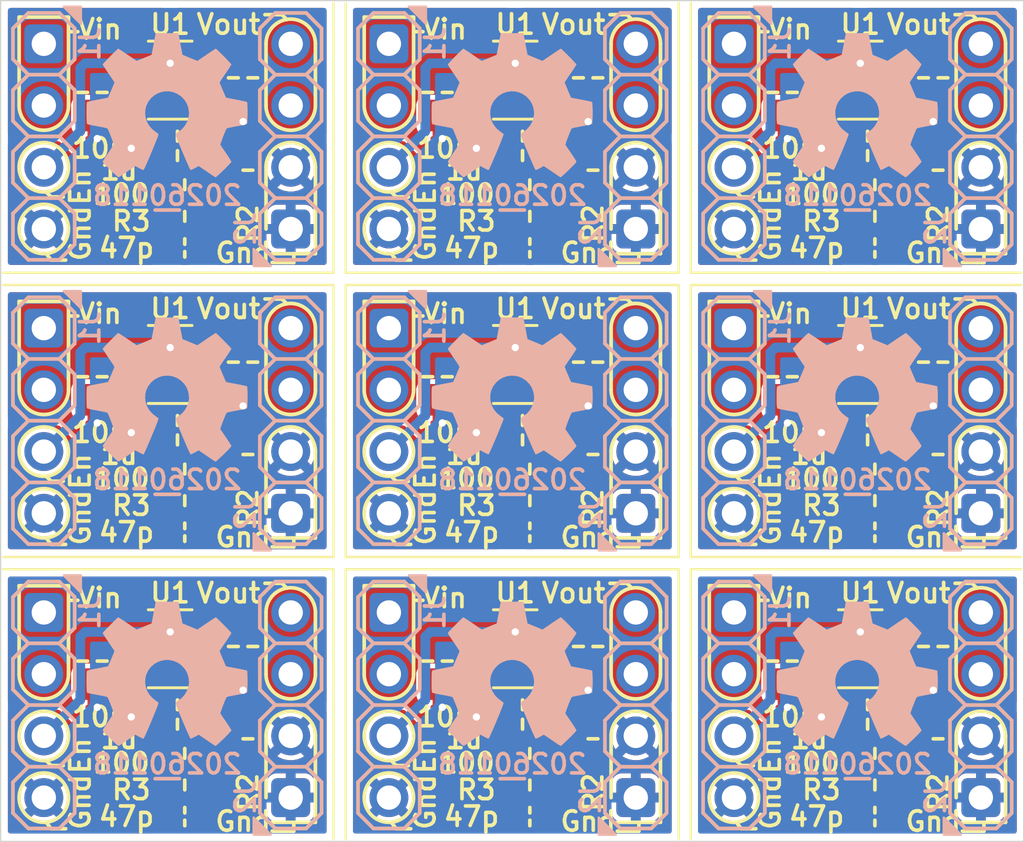
<source format=kicad_pcb>
(kicad_pcb (version 20241229) (generator "pcbnew") (generator_version "9.0")
  (layers (0 "F.Cu" mixed) (2 "B.Cu" mixed) (13 "F.Paste" user) (15 "B.Paste" user) (5 "F.SilkS" user "F.Silkscreen") (7 "B.SilkS" user "B.Silkscreen") (1 "F.Mask" user) (3 "B.Mask" user) (25 "Edge.Cuts" user))
  (net 0 "")
  (net 1 "/VIN")
  (net 2 "/EN")
  (net 3 "/GND")
  (net 4 "/VOUT")
  (net 5 "/VCC")
  (net 6 "/FB")
  (footprint "SquantorCapacitor:C_0603" (layer "F.Cu") (at 55.978 41.878)
    (property "Reference" "C4")
    (property "Value" "47p")
  )
  (footprint "SquantorResistor:R_0603_hand" (layer "F.Cu") (at 44.378 26.978 90)
    (property "Reference" "R2")
    (property "Value" "Rlo")
  )
  (footprint "SquantorCapacitor:C_0603" (layer "F.Cu") (at 41.778 53.578)
    (property "Reference" "C4")
    (property "Value" "47p")
  )
  (footprint "SquantorResistor:R_0603_hand" (layer "F.Cu") (at 27.578 28.878)
    (property "Reference" "R3")
    (property "Value" "Rhi")
  )
  (footprint "SquantorCapacitor:C_0805+0603" (layer "F.Cu") (at 23.778 23.778 -90)
    (property "Reference" "C1")
    (property "Value" "10u")
  )
  (footprint "SquantorResistor:R_0603_hand" (layer "F.Cu") (at 30.178 38.678 90)
    (property "Reference" "R2")
    (property "Value" "Rlo")
  )
  (footprint "SquantorIC:SOT23-6-HAND" (layer "F.Cu") (at 26.978 46.678 180)
    (property "Reference" "U1")
    (property "Value" "ETA7014")
  )
  (footprint "SquantorResistor:R_0603_hand" (layer "F.Cu") (at 58.578 26.978 90)
    (property "Reference" "R2")
    (property "Value" "Rlo")
  )
  (footprint "SquantorCapacitor:C_0805+0603" (layer "F.Cu") (at 58.378 23.178 90)
    (property "Reference" "C3")
    (property "Value" "10u")
  )
  (footprint "SquantorResistor:R_0603_hand" (layer "F.Cu") (at 44.378 38.678 90)
    (property "Reference" "R2")
    (property "Value" "Rlo")
  )
  (footprint "SquantorCapacitor:C_0603" (layer "F.Cu") (at 27.578 30.178)
    (property "Reference" "C4")
    (property "Value" "47p")
  )
  (footprint "SquantorResistor:R_0603_hand" (layer "F.Cu") (at 41.778 39.278)
    (property "Reference" "R1")
    (property "Value" "100")
  )
  (footprint "SquantorIC:SOT23-6-HAND" (layer "F.Cu") (at 41.178 34.978 180)
    (property "Reference" "U1")
    (property "Value" "ETA7014")
  )
  (footprint "SquantorCapacitor:C_0805+0603" (layer "F.Cu") (at 52.178 47.178 -90)
    (property "Reference" "C1")
    (property "Value" "10u")
  )
  (footprint "SquantorCapacitor:C_0805+0603" (layer "F.Cu") (at 23.778 35.478 -90)
    (property "Reference" "C1")
    (property "Value" "10u")
  )
  (footprint "SquantorCapacitor:C_0805+0603" (layer "F.Cu") (at 37.978 23.778 -90)
    (property "Reference" "C1")
    (property "Value" "10u")
  )
  (footprint "SquantorCapacitor:C_0603" (layer "F.Cu") (at 27.578 53.578)
    (property "Reference" "C4")
    (property "Value" "47p")
  )
  (footprint "SquantorIC:SOT23-6-HAND" (layer "F.Cu") (at 55.378 23.278 180)
    (property "Reference" "U1")
    (property "Value" "ETA7014")
  )
  (footprint "SquantorResistor:R_0603_hand" (layer "F.Cu") (at 58.578 50.378 90)
    (property "Reference" "R2")
    (property "Value" "Rlo")
  )
  (footprint "SquantorResistor:R_0603_hand" (layer "F.Cu") (at 30.178 26.978 90)
    (property "Reference" "R2")
    (property "Value" "Rlo")
  )
  (footprint "SquantorIC:SOT23-6-HAND" (layer "F.Cu") (at 55.378 34.978 180)
    (property "Reference" "U1")
    (property "Value" "ETA7014")
  )
  (footprint "SquantorIC:SOT23-6-HAND" (layer "F.Cu") (at 26.978 23.278 180)
    (property "Reference" "U1")
    (property "Value" "ETA7014")
  )
  (footprint "SquantorCapacitor:C_0603" (layer "F.Cu") (at 41.778 41.878)
    (property "Reference" "C4")
    (property "Value" "47p")
  )
  (footprint "SquantorResistor:R_0603_hand" (layer "F.Cu") (at 41.778 27.578)
    (property "Reference" "R1")
    (property "Value" "100")
  )
  (footprint "SquantorResistor:R_0603_hand" (layer "F.Cu") (at 41.778 52.278)
    (property "Reference" "R3")
    (property "Value" "Rhi")
  )
  (footprint "SquantorCapacitor:C_0805+0603" (layer "F.Cu") (at 44.178 23.178 90)
    (property "Reference" "C3")
    (property "Value" "10u")
  )
  (footprint "SquantorIC:SOT23-6-HAND" (layer "F.Cu") (at 41.178 46.678 180)
    (property "Reference" "U1")
    (property "Value" "ETA7014")
  )
  (footprint "SquantorCapacitor:C_0805+0603" (layer "F.Cu") (at 27.278 49.378 180)
    (property "Reference" "C2")
    (property "Value" "1u")
  )
  (footprint "SquantorIC:SOT23-6-HAND" (layer "F.Cu") (at 55.378 46.678 180)
    (property "Reference" "U1")
    (property "Value" "ETA7014")
  )
  (footprint "SquantorCapacitor:C_0805+0603" (layer "F.Cu") (at 55.678 25.978 180)
    (property "Reference" "C2")
    (property "Value" "1u")
  )
  (footprint "SquantorResistor:R_0603_hand" (layer "F.Cu") (at 55.978 27.578)
    (property "Reference" "R1")
    (property "Value" "100")
  )
  (footprint "SquantorCapacitor:C_0805+0603" (layer "F.Cu") (at 55.678 37.678 180)
    (property "Reference" "C2")
    (property "Value" "1u")
  )
  (footprint "SquantorCapacitor:C_0805+0603" (layer "F.Cu") (at 29.978 34.878 90)
    (property "Reference" "C3")
    (property "Value" "10u")
  )
  (footprint "SquantorCapacitor:C_0805+0603" (layer "F.Cu") (at 27.278 25.978 180)
    (property "Reference" "C2")
    (property "Value" "1u")
  )
  (footprint "SquantorCapacitor:C_0805+0603" (layer "F.Cu") (at 44.178 34.878 90)
    (property "Reference" "C3")
    (property "Value" "10u")
  )
  (footprint "SquantorResistor:R_0603_hand" (layer "F.Cu") (at 27.578 40.578)
    (property "Reference" "R3")
    (property "Value" "Rhi")
  )
  (footprint "SquantorCapacitor:C_0603" (layer "F.Cu") (at 41.778 30.178)
    (property "Reference" "C4")
    (property "Value" "47p")
  )
  (footprint "SquantorResistor:R_0603_hand" (layer "F.Cu") (at 55.978 28.878)
    (property "Reference" "R3")
    (property "Value" "Rhi")
  )
  (footprint "SquantorResistor:R_0603_hand" (layer "F.Cu") (at 55.978 39.278)
    (property "Reference" "R1")
    (property "Value" "100")
  )
  (footprint "SquantorCapacitor:C_0805+0603" (layer "F.Cu") (at 23.778 47.178 -90)
    (property "Reference" "C1")
    (property "Value" "10u")
  )
  (footprint "SquantorIC:SOT23-6-HAND" (layer "F.Cu") (at 41.178 23.278 180)
    (property "Reference" "U1")
    (property "Value" "ETA7014")
  )
  (footprint "SquantorResistor:R_0603_hand" (layer "F.Cu") (at 30.178 50.378 90)
    (property "Reference" "R2")
    (property "Value" "Rlo")
  )
  (footprint "SquantorCapacitor:C_0603" (layer "F.Cu") (at 27.578 41.878)
    (property "Reference" "C4")
    (property "Value" "47p")
  )
  (footprint "SquantorCapacitor:C_0805+0603" (layer "F.Cu") (at 52.178 23.778 -90)
    (property "Reference" "C1")
    (property "Value" "10u")
  )
  (footprint "SquantorResistor:R_0603_hand" (layer "F.Cu") (at 55.978 40.578)
    (property "Reference" "R3")
    (property "Value" "Rhi")
  )
  (footprint "SquantorResistor:R_0603_hand" (layer "F.Cu") (at 41.778 28.878)
    (property "Reference" "R3")
    (property "Value" "Rhi")
  )
  (footprint "SquantorCapacitor:C_0805+0603" (layer "F.Cu") (at 41.478 37.678 180)
    (property "Reference" "C2")
    (property "Value" "1u")
  )
  (footprint "SquantorCapacitor:C_0805+0603" (layer "F.Cu") (at 58.378 34.878 90)
    (property "Reference" "C3")
    (property "Value" "10u")
  )
  (footprint "SquantorCapacitor:C_0805+0603" (layer "F.Cu") (at 44.178 46.578 90)
    (property "Reference" "C3")
    (property "Value" "10u")
  )
  (footprint "SquantorResistor:R_0603_hand" (layer "F.Cu") (at 55.978 50.978)
    (property "Reference" "R1")
    (property "Value" "100")
  )
  (footprint "SquantorCapacitor:C_0805+0603" (layer "F.Cu") (at 37.978 47.178 -90)
    (property "Reference" "C1")
    (property "Value" "10u")
  )
  (footprint "SquantorCapacitor:C_0805+0603" (layer "F.Cu") (at 52.178 35.478 -90)
    (property "Reference" "C1")
    (property "Value" "10u")
  )
  (footprint "SquantorResistor:R_0603_hand" (layer "F.Cu") (at 41.778 40.578)
    (property "Reference" "R3")
    (property "Value" "Rhi")
  )
  (footprint "SquantorIC:SOT23-6-HAND" (layer "F.Cu") (at 26.978 34.978 180)
    (property "Reference" "U1")
    (property "Value" "ETA7014")
  )
  (footprint "SquantorResistor:R_0603_hand" (layer "F.Cu") (at 27.578 39.278)
    (property "Reference" "R1")
    (property "Value" "100")
  )
  (footprint "SquantorResistor:R_0603_hand" (layer "F.Cu") (at 27.578 50.978)
    (property "Reference" "R1")
    (property "Value" "100")
  )
  (footprint "SquantorCapacitor:C_0805+0603" (layer "F.Cu") (at 29.978 23.178 90)
    (property "Reference" "C3")
    (property "Value" "10u")
  )
  (footprint "SquantorCapacitor:C_0805+0603" (layer "F.Cu") (at 29.978 46.578 90)
    (property "Reference" "C3")
    (property "Value" "10u")
  )
  (footprint "SquantorCapacitor:C_0805+0603" (layer "F.Cu") (at 41.478 49.378 180)
    (property "Reference" "C2")
    (property "Value" "1u")
  )
  (footprint "SquantorCapacitor:C_0805+0603" (layer "F.Cu") (at 27.278 37.678 180)
    (property "Reference" "C2")
    (property "Value" "1u")
  )
  (footprint "SquantorCapacitor:C_0805+0603" (layer "F.Cu") (at 37.978 35.478 -90)
    (property "Reference" "C1")
    (property "Value" "10u")
  )
  (footprint "SquantorCapacitor:C_0805+0603" (layer "F.Cu") (at 41.478 25.978 180)
    (property "Reference" "C2")
    (property "Value" "1u")
  )
  (footprint "SquantorCapacitor:C_0805+0603" (layer "F.Cu") (at 58.378 46.578 90)
    (property "Reference" "C3")
    (property "Value" "10u")
  )
  (footprint "SquantorResistor:R_0603_hand" (layer "F.Cu") (at 41.778 50.978)
    (property "Reference" "R1")
    (property "Value" "100")
  )
  (footprint "SquantorResistor:R_0603_hand" (layer "F.Cu") (at 44.378 50.378 90)
    (property "Reference" "R2")
    (property "Value" "Rlo")
  )
  (footprint "SquantorCapacitor:C_0603" (layer "F.Cu") (at 55.978 53.578)
    (property "Reference" "C4")
    (property "Value" "47p")
  )
  (footprint "SquantorResistor:R_0603_hand" (layer "F.Cu") (at 58.578 38.678 90)
    (property "Reference" "R2")
    (property "Value" "Rlo")
  )
  (footprint "SquantorResistor:R_0603_hand" (layer "F.Cu") (at 27.578 27.578)
    (property "Reference" "R1")
    (property "Value" "100")
  )
  (footprint "SquantorCapacitor:C_0805+0603" (layer "F.Cu") (at 55.678 49.378 180)
    (property "Reference" "C2")
    (property "Value" "1u")
  )
  (footprint "SquantorCapacitor:C_0603" (layer "F.Cu") (at 55.978 30.178)
    (property "Reference" "C4")
    (property "Value" "47p")
  )
  (footprint "SquantorResistor:R_0603_hand" (layer "F.Cu") (at 27.578 52.278)
    (property "Reference" "R3")
    (property "Value" "Rhi")
  )
  (footprint "SquantorResistor:R_0603_hand" (layer "F.Cu") (at 55.978 52.278)
    (property "Reference" "R3")
    (property "Value" "Rhi")
  )
  (footprint "SquantorLabels:Label_Generic" (layer "B.Cu") (at 26.858 28.018 180)
    (property "Reference" "N1" (hide yes))
    (property "Value" "20260118")
  )
  (footprint "Symbol:OSHW-Symbol_6.7x6mm_SilkScreen" (layer "B.Cu") (at 26.858 24.318 180)
    (property "Reference" "N2" (hide yes))
    (property "Value" "OHWLOGO" (hide yes))
  )
  (footprint "SquantorConnectors:Header-0254-1X04-H010" (layer "B.Cu") (at 50.178 48.988 -90)
    (property "Reference" "J1")
    (property "Value" "Conn_01x04")
  )
  (footprint "SquantorConnectors:Header-0254-1X04-H010" (layer "B.Cu") (at 46.138 48.988 90)
    (property "Reference" "J2")
    (property "Value" "Conn_01x04")
  )
  (footprint "Symbol:OSHW-Symbol_6.7x6mm_SilkScreen" (layer "B.Cu") (at 55.258 24.318 180)
    (property "Reference" "N2" (hide yes))
    (property "Value" "OHWLOGO" (hide yes))
  )
  (footprint "SquantorConnectors:Header-0254-1X04-H010" (layer "B.Cu") (at 35.978 48.988 -90)
    (property "Reference" "J1")
    (property "Value" "Conn_01x04")
  )
  (footprint "SquantorConnectors:Header-0254-1X04-H010" (layer "B.Cu") (at 60.338 25.588 90)
    (property "Reference" "J2")
    (property "Value" "Conn_01x04")
  )
  (footprint "SquantorConnectors:Header-0254-1X04-H010" (layer "B.Cu") (at 31.938 37.288 90)
    (property "Reference" "J2")
    (property "Value" "Conn_01x04")
  )
  (footprint "Symbol:OSHW-Symbol_6.7x6mm_SilkScreen" (layer "B.Cu") (at 41.058 47.718 180)
    (property "Reference" "N2" (hide yes))
    (property "Value" "OHWLOGO" (hide yes))
  )
  (footprint "SquantorLabels:Label_Generic" (layer "B.Cu") (at 55.258 28.018 180)
    (property "Reference" "N1" (hide yes))
    (property "Value" "20260118")
  )
  (footprint "SquantorConnectors:Header-0254-1X04-H010" (layer "B.Cu") (at 50.178 25.588 -90)
    (property "Reference" "J1")
    (property "Value" "Conn_01x04")
  )
  (footprint "SquantorLabels:Label_Generic" (layer "B.Cu") (at 55.258 39.718 180)
    (property "Reference" "N1" (hide yes))
    (property "Value" "20260118")
  )
  (footprint "Symbol:OSHW-Symbol_6.7x6mm_SilkScreen" (layer "B.Cu") (at 26.858 36.018 180)
    (property "Reference" "N2" (hide yes))
    (property "Value" "OHWLOGO" (hide yes))
  )
  (footprint "Symbol:OSHW-Symbol_6.7x6mm_SilkScreen" (layer "B.Cu") (at 55.258 47.718 180)
    (property "Reference" "N2" (hide yes))
    (property "Value" "OHWLOGO" (hide yes))
  )
  (footprint "SquantorConnectors:Header-0254-1X04-H010" (layer "B.Cu") (at 35.978 25.588 -90)
    (property "Reference" "J1")
    (property "Value" "Conn_01x04")
  )
  (footprint "SquantorConnectors:Header-0254-1X04-H010" (layer "B.Cu") (at 46.138 25.588 90)
    (property "Reference" "J2")
    (property "Value" "Conn_01x04")
  )
  (footprint "SquantorLabels:Label_Generic" (layer "B.Cu") (at 41.058 51.418 180)
    (property "Reference" "N1" (hide yes))
    (property "Value" "20260118")
  )
  (footprint "SquantorLabels:Label_Generic" (layer "B.Cu") (at 41.058 39.718 180)
    (property "Reference" "N1" (hide yes))
    (property "Value" "20260118")
  )
  (footprint "Symbol:OSHW-Symbol_6.7x6mm_SilkScreen" (layer "B.Cu") (at 41.058 36.018 180)
    (property "Reference" "N2" (hide yes))
    (property "Value" "OHWLOGO" (hide yes))
  )
  (footprint "SquantorLabels:Label_Generic" (layer "B.Cu") (at 26.858 39.718 180)
    (property "Reference" "N1" (hide yes))
    (property "Value" "20260118")
  )
  (footprint "SquantorConnectors:Header-0254-1X04-H010" (layer "B.Cu") (at 31.938 25.588 90)
    (property "Reference" "J2")
    (property "Value" "Conn_01x04")
  )
  (footprint "SquantorLabels:Label_Generic" (layer "B.Cu") (at 26.858 51.418 180)
    (property "Reference" "N1" (hide yes))
    (property "Value" "20260118")
  )
  (footprint "Symbol:OSHW-Symbol_6.7x6mm_SilkScreen" (layer "B.Cu") (at 26.858 47.718 180)
    (property "Reference" "N2" (hide yes))
    (property "Value" "OHWLOGO" (hide yes))
  )
  (footprint "Symbol:OSHW-Symbol_6.7x6mm_SilkScreen" (layer "B.Cu") (at 41.058 24.318 180)
    (property "Reference" "N2" (hide yes))
    (property "Value" "OHWLOGO" (hide yes))
  )
  (footprint "SquantorConnectors:Header-0254-1X04-H010" (layer "B.Cu") (at 35.978 37.288 -90)
    (property "Reference" "J1")
    (property "Value" "Conn_01x04")
  )
  (footprint "SquantorConnectors:Header-0254-1X04-H010" (layer "B.Cu") (at 21.778 37.288 -90)
    (property "Reference" "J1")
    (property "Value" "Conn_01x04")
  )
  (footprint "SquantorConnectors:Header-0254-1X04-H010" (layer "B.Cu") (at 21.778 25.588 -90)
    (property "Reference" "J1")
    (property "Value" "Conn_01x04")
  )
  (footprint "SquantorConnectors:Header-0254-1X04-H010" (layer "B.Cu") (at 21.778 48.988 -90)
    (property "Reference" "J1")
    (property "Value" "Conn_01x04")
  )
  (footprint "SquantorConnectors:Header-0254-1X04-H010" (layer "B.Cu") (at 31.938 48.988 90)
    (property "Reference" "J2")
    (property "Value" "Conn_01x04")
  )
  (footprint "SquantorConnectors:Header-0254-1X04-H010" (layer "B.Cu") (at 46.138 37.288 90)
    (property "Reference" "J2")
    (property "Value" "Conn_01x04")
  )
  (footprint "SquantorConnectors:Header-0254-1X04-H010" (layer "B.Cu") (at 60.338 37.288 90)
    (property "Reference" "J2")
    (property "Value" "Conn_01x04")
  )
  (footprint "SquantorConnectors:Header-0254-1X04-H010" (layer "B.Cu") (at 60.338 48.988 90)
    (property "Reference" "J2")
    (property "Value" "Conn_01x04")
  )
  (footprint "SquantorConnectors:Header-0254-1X04-H010" (layer "B.Cu") (at 50.178 37.288 -90)
    (property "Reference" "J1")
    (property "Value" "Conn_01x04")
  )
  (footprint "Symbol:OSHW-Symbol_6.7x6mm_SilkScreen" (layer "B.Cu") (at 55.258 36.018 180)
    (property "Reference" "N2" (hide yes))
    (property "Value" "OHWLOGO" (hide yes))
  )
  (footprint "SquantorLabels:Label_Generic" (layer "B.Cu") (at 55.258 51.418 180)
    (property "Reference" "N1" (hide yes))
    (property "Value" "20260118")
  )
  (footprint "SquantorLabels:Label_Generic" (layer "B.Cu") (at 41.058 28.018 180)
    (property "Reference" "N1" (hide yes))
    (property "Value" "20260118")
  )
  (gr_line (start 22.078 30.678) (end 21.878 30.414) (stroke (width 0.15)) (layer "F.SilkS"))
  (gr_arc (start 36.994 47.718) (mid 35.978 48.734) (end 34.962 47.718) (stroke (width 0.15)) (layer "F.SilkS"))
  (gr_line (start 45.978 54.178) (end 46.265 54.178) (stroke (width 0.15)) (layer "F.SilkS"))
  (gr_line (start 34.962 32.378) (end 36.994 32.378) (stroke (width 0.15)) (layer "F.SilkS"))
  (gr_line (start 49.162 32.378) (end 49.162 36.018) (stroke (width 0.15)) (layer "F.SilkS"))
  (gr_arc (start 47.154 24.318) (mid 46.138 25.334) (end 45.122 24.318) (stroke (width 0.15)) (layer "F.SilkS"))
  (gr_arc (start 59.322 38.558) (mid 60.338 37.542) (end 61.354 38.558) (stroke (width 0.15)) (layer "F.SilkS"))
  (gr_line (start 61.354 30.414) (end 61.354 26.858) (stroke (width 0.15)) (layer "F.SilkS"))
  (gr_line (start 30.878 43.978) (end 31.578 43.978) (stroke (width 0.15)) (layer "F.SilkS"))
  (gr_line (start 22.678 54.078) (end 22.078 54.078) (stroke (width 0.15)) (layer "F.SilkS"))
  (gr_line (start 34.962 20.678) (end 34.962 24.318) (stroke (width 0.15)) (layer "F.SilkS"))
  (gr_arc (start 61.354 47.718) (mid 60.338 48.734) (end 59.322 47.718) (stroke (width 0.15)) (layer "F.SilkS"))
  (gr_line (start 47.9 31.2) (end 47.9 20.1) (stroke (width 0.1)) (layer "F.SilkS"))
  (gr_line (start 45.122 38.558) (end 45.122 39.178) (stroke (width 0.15)) (layer "F.SilkS"))
  (gr_circle (center 21.778 29.398) (end 22.794 29.398) (stroke (width 0.15)) (fill no) (layer "F.SilkS"))
  (gr_line (start 30.922 38.558) (end 30.922 39.178) (stroke (width 0.15)) (layer "F.SilkS"))
  (gr_arc (start 45.122 26.858) (mid 46.138 25.842) (end 47.154 26.858) (stroke (width 0.15)) (layer "F.SilkS"))
  (gr_line (start 30.922 21.778) (end 30.922 24.318) (stroke (width 0.15)) (layer "F.SilkS"))
  (gr_arc (start 30.922 38.558) (mid 31.938 37.542) (end 32.954 38.558) (stroke (width 0.15)) (layer "F.SilkS"))
  (gr_line (start 46.265 42.114) (end 46.265 42.478) (stroke (width 0.15)) (layer "F.SilkS"))
  (gr_line (start 45.122 52.798) (end 45.122 50.878) (stroke (width 0.15)) (layer "F.SilkS"))
  (gr_line (start 45.376 42.114) (end 47.154 42.114) (stroke (width 0.15)) (layer "F.SilkS"))
  (gr_arc (start 30.922 26.858) (mid 31.938 25.842) (end 32.954 26.858) (stroke (width 0.15)) (layer "F.SilkS"))
  (gr_line (start 36.278 54.078) (end 36.078 53.814) (stroke (width 0.15)) (layer "F.SilkS"))
  (gr_line (start 31.176 30.414) (end 32.954 30.414) (stroke (width 0.15)) (layer "F.SilkS"))
  (gr_line (start 45.078 20.578) (end 45.778 20.578) (stroke (width 0.15)) (layer "F.SilkS"))
  (gr_line (start 51.078 42.378) (end 50.478 42.378) (stroke (width 0.15)) (layer "F.SilkS"))
  (gr_line (start 31.578 32.278) (end 31.778 32.478) (stroke (width 0.15)) (layer "F.SilkS"))
  (gr_arc (start 45.122 38.558) (mid 46.138 37.542) (end 47.154 38.558) (stroke (width 0.15)) (layer "F.SilkS"))
  (gr_line (start 37.378 44.678) (end 37.078 44.678) (stroke (width 0.15)) (layer "F.SilkS"))
  (gr_line (start 20.762 32.378) (end 20.762 36.018) (stroke (width 0.15)) (layer "F.SilkS"))
  (gr_arc (start 59.322 21.778) (mid 60.338 20.762) (end 61.354 21.778) (stroke (width 0.15)) (layer "F.SilkS"))
  (gr_line (start 59.322 50.258) (end 59.322 50.878) (stroke (width 0.15)) (layer "F.SilkS"))
  (gr_circle (center 50.178 52.798) (end 51.194 52.798) (stroke (width 0.15)) (fill no) (layer "F.SilkS"))
  (gr_line (start 31.176 42.114) (end 32.954 42.114) (stroke (width 0.15)) (layer "F.SilkS"))
  (gr_line (start 32.954 33.478) (end 32.954 36.018) (stroke (width 0.15)) (layer "F.SilkS"))
  (gr_line (start 46.265 53.814) (end 46.265 54.178) (stroke (width 0.15)) (layer "F.SilkS"))
  (gr_circle (center 35.978 38.558) (end 36.994 38.558) (stroke (width 0.15)) (fill no) (layer "F.SilkS"))
  (gr_arc (start 45.122 21.778) (mid 46.138 20.762) (end 47.154 21.778) (stroke (width 0.15)) (layer "F.SilkS"))
  (gr_circle (center 35.978 41.098) (end 36.994 41.098) (stroke (width 0.15)) (fill no) (layer "F.SilkS"))
  (gr_line (start 45.376 54.178) (end 45.978 54.178) (stroke (width 0.15)) (layer "F.SilkS"))
  (gr_line (start 51.578 21.278) (end 51.278 21.278) (stroke (width 0.15)) (layer "F.SilkS"))
  (gr_line (start 47.154 53.814) (end 47.154 50.258) (stroke (width 0.15)) (layer "F.SilkS"))
  (gr_arc (start 59.322 33.478) (mid 60.338 32.462) (end 61.354 33.478) (stroke (width 0.15)) (layer "F.SilkS"))
  (gr_line (start 51.194 20.678) (end 51.194 24.318) (stroke (width 0.15)) (layer "F.SilkS"))
  (gr_line (start 61.354 21.778) (end 61.354 24.318) (stroke (width 0.15)) (layer "F.SilkS"))
  (gr_line (start 59.978 32.278) (end 60.178 32.478) (stroke (width 0.15)) (layer "F.SilkS"))
  (gr_arc (start 36.994 36.018) (mid 35.978 37.034) (end 34.962 36.018) (stroke (width 0.15)) (layer "F.SilkS"))
  (gr_arc (start 61.354 36.018) (mid 60.338 37.034) (end 59.322 36.018) (stroke (width 0.15)) (layer "F.SilkS"))
  (gr_line (start 45.078 43.978) (end 45.778 43.978) (stroke (width 0.15)) (layer "F.SilkS"))
  (gr_line (start 50.978 28.078) (end 50.478 28.078) (stroke (width 0.15)) (layer "F.SilkS"))
  (gr_line (start 31.578 20.578) (end 31.778 20.778) (stroke (width 0.15)) (layer "F.SilkS"))
  (gr_arc (start 32.954 24.318) (mid 31.938 25.334) (end 30.922 24.318) (stroke (width 0.15)) (layer "F.SilkS"))
  (gr_line (start 32.954 30.414) (end 32.954 26.858) (stroke (width 0.15)) (layer "F.SilkS"))
  (gr_line (start 61.354 45.178) (end 61.354 47.718) (stroke (width 0.15)) (layer "F.SilkS"))
  (gr_line (start 61.354 33.478) (end 61.354 36.018) (stroke (width 0.15)) (layer "F.SilkS"))
  (gr_line (start 32.065 42.114) (end 32.065 42.478) (stroke (width 0.15)) (layer "F.SilkS"))
  (gr_arc (start 59.322 45.178) (mid 60.338 44.162) (end 61.354 45.178) (stroke (width 0.15)) (layer "F.SilkS"))
  (gr_line (start 59.322 29.398) (end 59.322 27.478) (stroke (width 0.15)) (layer "F.SilkS"))
  (gr_line (start 34.962 20.678) (end 36.994 20.678) (stroke (width 0.15)) (layer "F.SilkS"))
  (gr_line (start 59.576 42.114) (end 61.354 42.114) (stroke (width 0.15)) (layer "F.SilkS"))
  (gr_line (start 36.278 30.678) (end 36.078 30.414) (stroke (width 0.15)) (layer "F.SilkS"))
  (gr_line (start 36.278 28.078) (end 36.078 27.878) (stroke (width 0.15)) (layer "F.SilkS"))
  (gr_line (start 36.878 30.678) (end 36.278 30.678) (stroke (width 0.15)) (layer "F.SilkS"))
  (gr_line (start 32.954 53.814) (end 32.954 50.258) (stroke (width 0.15)) (layer "F.SilkS"))
  (gr_line (start 20.762 44.078) (end 22.794 44.078) (stroke (width 0.15)) (layer "F.SilkS"))
  (gr_line (start 32.954 45.178) (end 32.954 47.718) (stroke (width 0.15)) (layer "F.SilkS"))
  (gr_line (start 36.878 42.378) (end 36.278 42.378) (stroke (width 0.15)) (layer "F.SilkS"))
  (gr_line (start 45.122 33.478) (end 45.122 36.018) (stroke (width 0.15)) (layer "F.SilkS"))
  (gr_line (start 61.354 53.814) (end 61.354 50.258) (stroke (width 0.15)) (layer "F.SilkS"))
  (gr_line (start 47.9 31.7) (end 34.2 31.7) (stroke (width 0.1)) (layer "F.SilkS"))
  (gr_line (start 51.578 32.978) (end 51.278 32.978) (stroke (width 0.15)) (layer "F.SilkS"))
  (gr_line (start 45.376 53.814) (end 47.154 53.814) (stroke (width 0.15)) (layer "F.SilkS"))
  (gr_line (start 62 31.7) (end 48.4 31.7) (stroke (width 0.1)) (layer "F.SilkS"))
  (gr_line (start 22.078 39.778) (end 21.878 39.578) (stroke (width 0.15)) (layer "F.SilkS"))
  (gr_arc (start 51.194 36.018) (mid 50.178 37.034) (end 49.162 36.018) (stroke (width 0.15)) (layer "F.SilkS"))
  (gr_line (start 50.478 42.378) (end 50.278 42.114) (stroke (width 0.15)) (layer "F.SilkS"))
  (gr_circle (center 50.178 26.858) (end 51.194 26.858) (stroke (width 0.15)) (fill no) (layer "F.SilkS"))
  (gr_line (start 59.322 21.778) (end 59.322 24.318) (stroke (width 0.15)) (layer "F.SilkS"))
  (gr_line (start 30.878 32.278) (end 31.578 32.278) (stroke (width 0.15)) (layer "F.SilkS"))
  (gr_line (start 32.065 53.814) (end 32.065 54.178) (stroke (width 0.15)) (layer "F.SilkS"))
  (gr_arc (start 30.922 21.778) (mid 31.938 20.762) (end 32.954 21.778) (stroke (width 0.15)) (layer "F.SilkS"))
  (gr_line (start 31.778 54.178) (end 32.065 54.178) (stroke (width 0.15)) (layer "F.SilkS"))
  (gr_line (start 49.162 20.678) (end 51.194 20.678) (stroke (width 0.15)) (layer "F.SilkS"))
  (gr_circle (center 21.778 50.258) (end 22.794 50.258) (stroke (width 0.15)) (fill no) (layer "F.SilkS"))
  (gr_line (start 20.1 42.9) (end 33.7 42.9) (stroke (width 0.1)) (layer "F.SilkS"))
  (gr_line (start 48.4 43.4) (end 48.4 54.5) (stroke (width 0.1)) (layer "F.SilkS"))
  (gr_line (start 36.778 39.778) (end 36.278 39.778) (stroke (width 0.15)) (layer "F.SilkS"))
  (gr_arc (start 30.922 50.258) (mid 31.938 49.242) (end 32.954 50.258) (stroke (width 0.15)) (layer "F.SilkS"))
  (gr_line (start 36.878 54.078) (end 36.278 54.078) (stroke (width 0.15)) (layer "F.SilkS"))
  (gr_line (start 47.9 42.9) (end 47.9 31.7) (stroke (width 0.1)) (layer "F.SilkS"))
  (gr_line (start 50.478 54.078) (end 50.278 53.814) (stroke (width 0.15)) (layer "F.SilkS"))
  (gr_line (start 22.578 28.078) (end 22.078 28.078) (stroke (width 0.15)) (layer "F.SilkS"))
  (gr_line (start 51.578 44.678) (end 51.278 44.678) (stroke (width 0.15)) (layer "F.SilkS"))
  (gr_line (start 62 43.4) (end 48.4 43.4) (stroke (width 0.1)) (layer "F.SilkS"))
  (gr_line (start 60.465 30.414) (end 60.465 30.778) (stroke (width 0.15)) (layer "F.SilkS"))
  (gr_line (start 60.465 42.114) (end 60.465 42.478) (stroke (width 0.15)) (layer "F.SilkS"))
  (gr_line (start 48.4 20.1) (end 48.4 31.2) (stroke (width 0.1)) (layer "F.SilkS"))
  (gr_line (start 46.265 30.414) (end 46.265 30.778) (stroke (width 0.15)) (layer "F.SilkS"))
  (gr_line (start 37.378 32.978) (end 37.078 32.978) (stroke (width 0.15)) (layer "F.SilkS"))
  (gr_line (start 48.4 31.2) (end 62 31.2) (stroke (width 0.1)) (layer "F.SilkS"))
  (gr_line (start 45.122 50.258) (end 45.122 50.878) (stroke (width 0.15)) (layer "F.SilkS"))
  (gr_line (start 59.576 53.814) (end 61.354 53.814) (stroke (width 0.15)) (layer "F.SilkS"))
  (gr_line (start 59.576 42.478) (end 60.178 42.478) (stroke (width 0.15)) (layer "F.SilkS"))
  (gr_line (start 22.078 51.478) (end 21.878 51.278) (stroke (width 0.15)) (layer "F.SilkS"))
  (gr_line (start 37.378 21.278) (end 37.078 21.278) (stroke (width 0.15)) (layer "F.SilkS"))
  (gr_line (start 49.162 32.378) (end 51.194 32.378) (stroke (width 0.15)) (layer "F.SilkS"))
  (gr_arc (start 51.194 24.318) (mid 50.178 25.334) (end 49.162 24.318) (stroke (width 0.15)) (layer "F.SilkS"))
  (gr_line (start 30.878 20.578) (end 31.578 20.578) (stroke (width 0.15)) (layer "F.SilkS"))
  (gr_line (start 59.278 32.278) (end 59.978 32.278) (stroke (width 0.15)) (layer "F.SilkS"))
  (gr_line (start 47.154 21.778) (end 47.154 24.318) (stroke (width 0.15)) (layer "F.SilkS"))
  (gr_circle (center 35.978 50.258) (end 36.994 50.258) (stroke (width 0.15)) (fill no) (layer "F.SilkS"))
  (gr_line (start 31.176 42.478) (end 31.778 42.478) (stroke (width 0.15)) (layer "F.SilkS"))
  (gr_circle (center 50.178 41.098) (end 51.194 41.098) (stroke (width 0.15)) (fill no) (layer "F.SilkS"))
  (gr_line (start 45.122 45.178) (end 45.122 47.718) (stroke (width 0.15)) (layer "F.SilkS"))
  (gr_line (start 50.478 28.078) (end 50.278 27.878) (stroke (width 0.15)) (layer "F.SilkS"))
  (gr_arc (start 47.154 36.018) (mid 46.138 37.034) (end 45.122 36.018) (stroke (width 0.15)) (layer "F.SilkS"))
  (gr_line (start 34.2 42.9) (end 47.9 42.9) (stroke (width 0.1)) (layer "F.SilkS"))
  (gr_line (start 50.478 39.778) (end 50.278 39.578) (stroke (width 0.15)) (layer "F.SilkS"))
  (gr_arc (start 36.994 24.318) (mid 35.978 25.334) (end 34.962 24.318) (stroke (width 0.15)) (layer "F.SilkS"))
  (gr_line (start 23.178 32.978) (end 22.878 32.978) (stroke (width 0.15)) (layer "F.SilkS"))
  (gr_line (start 51.194 44.078) (end 51.194 47.718) (stroke (width 0.15)) (layer "F.SilkS"))
  (gr_line (start 36.278 39.778) (end 36.078 39.578) (stroke (width 0.15)) (layer "F.SilkS"))
  (gr_line (start 34.962 44.078) (end 34.962 47.718) (stroke (width 0.15)) (layer "F.SilkS"))
  (gr_line (start 50.478 51.478) (end 50.278 51.278) (stroke (width 0.15)) (layer "F.SilkS"))
  (gr_line (start 22.794 20.678) (end 22.794 24.318) (stroke (width 0.15)) (layer "F.SilkS"))
  (gr_line (start 51.194 32.378) (end 51.194 36.018) (stroke (width 0.15)) (layer "F.SilkS"))
  (gr_circle (center 50.178 29.398) (end 51.194 29.398) (stroke (width 0.15)) (fill no) (layer "F.SilkS"))
  (gr_circle (center 21.778 52.798) (end 22.794 52.798) (stroke (width 0.15)) (fill no) (layer "F.SilkS"))
  (gr_line (start 47.9 43.4) (end 34.2 43.4) (stroke (width 0.1)) (layer "F.SilkS"))
  (gr_line (start 60.465 53.814) (end 60.465 54.178) (stroke (width 0.15)) (layer "F.SilkS"))
  (gr_line (start 60.178 42.478) (end 60.465 42.478) (stroke (width 0.15)) (layer "F.SilkS"))
  (gr_line (start 45.778 20.578) (end 45.978 20.778) (stroke (width 0.15)) (layer "F.SilkS"))
  (gr_arc (start 30.922 33.478) (mid 31.938 32.462) (end 32.954 33.478) (stroke (width 0.15)) (layer "F.SilkS"))
  (gr_arc (start 22.794 47.718) (mid 21.778 48.734) (end 20.762 47.718) (stroke (width 0.15)) (layer "F.SilkS"))
  (gr_line (start 59.978 20.578) (end 60.178 20.778) (stroke (width 0.15)) (layer "F.SilkS"))
  (gr_line (start 59.322 38.558) (end 59.322 39.178) (stroke (width 0.15)) (layer "F.SilkS"))
  (gr_line (start 22.078 28.078) (end 21.878 27.878) (stroke (width 0.15)) (layer "F.SilkS"))
  (gr_arc (start 45.122 45.178) (mid 46.138 44.162) (end 47.154 45.178) (stroke (width 0.15)) (layer "F.SilkS"))
  (gr_line (start 33.7 31.7) (end 20.1 31.7) (stroke (width 0.1)) (layer "F.SilkS"))
  (gr_line (start 60.178 54.178) (end 60.465 54.178) (stroke (width 0.15)) (layer "F.SilkS"))
  (gr_line (start 20.762 44.078) (end 20.762 47.718) (stroke (width 0.15)) (layer "F.SilkS"))
  (gr_arc (start 51.194 47.718) (mid 50.178 48.734) (end 49.162 47.718) (stroke (width 0.15)) (layer "F.SilkS"))
  (gr_line (start 22.578 51.478) (end 22.078 51.478) (stroke (width 0.15)) (layer "F.SilkS"))
  (gr_line (start 34.2 31.2) (end 34.2 20.1) (stroke (width 0.1)) (layer "F.SilkS"))
  (gr_circle (center 35.978 29.398) (end 36.994 29.398) (stroke (width 0.15)) (fill no) (layer "F.SilkS"))
  (gr_line (start 59.576 30.778) (end 60.178 30.778) (stroke (width 0.15)) (layer "F.SilkS"))
  (gr_line (start 59.322 33.478) (end 59.322 36.018) (stroke (width 0.15)) (layer "F.SilkS"))
  (gr_arc (start 61.354 24.318) (mid 60.338 25.334) (end 59.322 24.318) (stroke (width 0.15)) (layer "F.SilkS"))
  (gr_line (start 45.078 32.278) (end 45.778 32.278) (stroke (width 0.15)) (layer "F.SilkS"))
  (gr_line (start 31.176 54.178) (end 31.778 54.178) (stroke (width 0.15)) (layer "F.SilkS"))
  (gr_line (start 30.922 26.858) (end 30.922 27.478) (stroke (width 0.15)) (layer "F.SilkS"))
  (gr_line (start 22.078 42.378) (end 21.878 42.114) (stroke (width 0.15)) (layer "F.SilkS"))
  (gr_line (start 47.154 42.114) (end 47.154 38.558) (stroke (width 0.15)) (layer "F.SilkS"))
  (gr_line (start 59.322 45.178) (end 59.322 47.718) (stroke (width 0.15)) (layer "F.SilkS"))
  (gr_line (start 45.122 29.398) (end 45.122 27.478) (stroke (width 0.15)) (layer "F.SilkS"))
  (gr_line (start 34.2 31.2) (end 47.9 31.2) (stroke (width 0.1)) (layer "F.SilkS"))
  (gr_line (start 51.078 30.678) (end 50.478 30.678) (stroke (width 0.15)) (layer "F.SilkS"))
  (gr_line (start 20.762 32.378) (end 22.794 32.378) (stroke (width 0.15)) (layer "F.SilkS"))
  (gr_line (start 22.678 30.678) (end 22.078 30.678) (stroke (width 0.15)) (layer "F.SilkS"))
  (gr_line (start 31.176 53.814) (end 32.954 53.814) (stroke (width 0.15)) (layer "F.SilkS"))
  (gr_line (start 33.7 20.1) (end 33.7 31.2) (stroke (width 0.1)) (layer "F.SilkS"))
  (gr_line (start 48.4 31.7) (end 48.4 42.9) (stroke (width 0.1)) (layer "F.SilkS"))
  (gr_line (start 36.278 51.478) (end 36.078 51.278) (stroke (width 0.15)) (layer "F.SilkS"))
  (gr_line (start 33.7 43.4) (end 20.1 43.4) (stroke (width 0.1)) (layer "F.SilkS"))
  (gr_line (start 59.576 54.178) (end 60.178 54.178) (stroke (width 0.15)) (layer "F.SilkS"))
  (gr_line (start 49.162 44.078) (end 49.162 47.718) (stroke (width 0.15)) (layer "F.SilkS"))
  (gr_arc (start 30.922 45.178) (mid 31.938 44.162) (end 32.954 45.178) (stroke (width 0.15)) (layer "F.SilkS"))
  (gr_line (start 45.376 42.478) (end 45.978 42.478) (stroke (width 0.15)) (layer "F.SilkS"))
  (gr_line (start 23.178 44.678) (end 22.878 44.678) (stroke (width 0.15)) (layer "F.SilkS"))
  (gr_line (start 32.954 21.778) (end 32.954 24.318) (stroke (width 0.15)) (layer "F.SilkS"))
  (gr_line (start 49.162 44.078) (end 51.194 44.078) (stroke (width 0.15)) (layer "F.SilkS"))
  (gr_line (start 33.7 43.4) (end 33.7 54.5) (stroke (width 0.1)) (layer "F.SilkS"))
  (gr_line (start 30.922 33.478) (end 30.922 36.018) (stroke (width 0.15)) (layer "F.SilkS"))
  (gr_line (start 48.4 42.9) (end 62 42.9) (stroke (width 0.1)) (layer "F.SilkS"))
  (gr_line (start 45.778 32.278) (end 45.978 32.478) (stroke (width 0.15)) (layer "F.SilkS"))
  (gr_circle (center 21.778 38.558) (end 22.794 38.558) (stroke (width 0.15)) (fill no) (layer "F.SilkS"))
  (gr_line (start 50.478 30.678) (end 50.278 30.414) (stroke (width 0.15)) (layer "F.SilkS"))
  (gr_line (start 22.578 39.778) (end 22.078 39.778) (stroke (width 0.15)) (layer "F.SilkS"))
  (gr_line (start 49.162 20.678) (end 49.162 24.318) (stroke (width 0.15)) (layer "F.SilkS"))
  (gr_line (start 33.7 31.7) (end 33.7 42.9) (stroke (width 0.1)) (layer "F.SilkS"))
  (gr_line (start 45.778 43.978) (end 45.978 44.178) (stroke (width 0.15)) (layer "F.SilkS"))
  (gr_line (start 45.122 21.778) (end 45.122 24.318) (stroke (width 0.15)) (layer "F.SilkS"))
  (gr_arc (start 45.122 50.258) (mid 46.138 49.242) (end 47.154 50.258) (stroke (width 0.15)) (layer "F.SilkS"))
  (gr_line (start 20.1 31.2) (end 33.7 31.2) (stroke (width 0.1)) (layer "F.SilkS"))
  (gr_line (start 22.678 42.378) (end 22.078 42.378) (stroke (width 0.15)) (layer "F.SilkS"))
  (gr_line (start 59.322 26.858) (end 59.322 27.478) (stroke (width 0.15)) (layer "F.SilkS"))
  (gr_line (start 36.994 20.678) (end 36.994 24.318) (stroke (width 0.15)) (layer "F.SilkS"))
  (gr_arc (start 45.122 33.478) (mid 46.138 32.462) (end 47.154 33.478) (stroke (width 0.15)) (layer "F.SilkS"))
  (gr_line (start 30.922 41.098) (end 30.922 39.178) (stroke (width 0.15)) (layer "F.SilkS"))
  (gr_line (start 22.078 54.078) (end 21.878 53.814) (stroke (width 0.15)) (layer "F.SilkS"))
  (gr_circle (center 50.178 38.558) (end 51.194 38.558) (stroke (width 0.15)) (fill no) (layer "F.SilkS"))
  (gr_line (start 30.922 50.258) (end 30.922 50.878) (stroke (width 0.15)) (layer "F.SilkS"))
  (gr_line (start 34.962 44.078) (end 36.994 44.078) (stroke (width 0.15)) (layer "F.SilkS"))
  (gr_circle (center 35.978 52.798) (end 36.994 52.798) (stroke (width 0.15)) (fill no) (layer "F.SilkS"))
  (gr_arc (start 32.954 47.718) (mid 31.938 48.734) (end 30.922 47.718) (stroke (width 0.15)) (layer "F.SilkS"))
  (gr_arc (start 59.322 50.258) (mid 60.338 49.242) (end 61.354 50.258) (stroke (width 0.15)) (layer "F.SilkS"))
  (gr_arc (start 22.794 36.018) (mid 21.778 37.034) (end 20.762 36.018) (stroke (width 0.15)) (layer "F.SilkS"))
  (gr_line (start 32.065 30.414) (end 32.065 30.778) (stroke (width 0.15)) (layer "F.SilkS"))
  (gr_line (start 30.922 45.178) (end 30.922 47.718) (stroke (width 0.15)) (layer "F.SilkS"))
  (gr_line (start 47.154 45.178) (end 47.154 47.718) (stroke (width 0.15)) (layer "F.SilkS"))
  (gr_line (start 47.9 54.5) (end 47.9 43.4) (stroke (width 0.1)) (layer "F.SilkS"))
  (gr_line (start 45.376 30.414) (end 47.154 30.414) (stroke (width 0.15)) (layer "F.SilkS"))
  (gr_line (start 59.322 41.098) (end 59.322 39.178) (stroke (width 0.15)) (layer "F.SilkS"))
  (gr_line (start 22.794 32.378) (end 22.794 36.018) (stroke (width 0.15)) (layer "F.SilkS"))
  (gr_arc (start 47.154 47.718) (mid 46.138 48.734) (end 45.122 47.718) (stroke (width 0.15)) (layer "F.SilkS"))
  (gr_line (start 47.154 33.478) (end 47.154 36.018) (stroke (width 0.15)) (layer "F.SilkS"))
  (gr_line (start 31.176 30.778) (end 31.778 30.778) (stroke (width 0.15)) (layer "F.SilkS"))
  (gr_arc (start 22.794 24.318) (mid 21.778 25.334) (end 20.762 24.318) (stroke (width 0.15)) (layer "F.SilkS"))
  (gr_line (start 31.778 42.478) (end 32.065 42.478) (stroke (width 0.15)) (layer "F.SilkS"))
  (gr_line (start 32.954 42.114) (end 32.954 38.558) (stroke (width 0.15)) (layer "F.SilkS"))
  (gr_line (start 45.122 26.858) (end 45.122 27.478) (stroke (width 0.15)) (layer "F.SilkS"))
  (gr_line (start 34.962 32.378) (end 34.962 36.018) (stroke (width 0.15)) (layer "F.SilkS"))
  (gr_line (start 60.178 30.778) (end 60.465 30.778) (stroke (width 0.15)) (layer "F.SilkS"))
  (gr_line (start 34.2 42.9) (end 34.2 31.7) (stroke (width 0.1)) (layer "F.SilkS"))
  (gr_line (start 20.762 20.678) (end 20.762 24.318) (stroke (width 0.15)) (layer "F.SilkS"))
  (gr_line (start 61.354 42.114) (end 61.354 38.558) (stroke (width 0.15)) (layer "F.SilkS"))
  (gr_circle (center 35.978 26.858) (end 36.994 26.858) (stroke (width 0.15)) (fill no) (layer "F.SilkS"))
  (gr_line (start 50.978 51.478) (end 50.478 51.478) (stroke (width 0.15)) (layer "F.SilkS"))
  (gr_line (start 50.978 39.778) (end 50.478 39.778) (stroke (width 0.15)) (layer "F.SilkS"))
  (gr_line (start 36.994 32.378) (end 36.994 36.018) (stroke (width 0.15)) (layer "F.SilkS"))
  (gr_line (start 34.2 54.5) (end 34.2 43.4) (stroke (width 0.1)) (layer "F.SilkS"))
  (gr_circle (center 21.778 41.098) (end 22.794 41.098) (stroke (width 0.15)) (fill no) (layer "F.SilkS"))
  (gr_line (start 22.794 44.078) (end 22.794 47.718) (stroke (width 0.15)) (layer "F.SilkS"))
  (gr_line (start 36.278 42.378) (end 36.078 42.114) (stroke (width 0.15)) (layer "F.SilkS"))
  (gr_line (start 30.922 52.798) (end 30.922 50.878) (stroke (width 0.15)) (layer "F.SilkS"))
  (gr_line (start 47.154 30.414) (end 47.154 26.858) (stroke (width 0.15)) (layer "F.SilkS"))
  (gr_arc (start 32.954 36.018) (mid 31.938 37.034) (end 30.922 36.018) (stroke (width 0.15)) (layer "F.SilkS"))
  (gr_line (start 36.994 44.078) (end 36.994 47.718) (stroke (width 0.15)) (layer "F.SilkS"))
  (gr_line (start 45.978 42.478) (end 46.265 42.478) (stroke (width 0.15)) (layer "F.SilkS"))
  (gr_line (start 45.122 41.098) (end 45.122 39.178) (stroke (width 0.15)) (layer "F.SilkS"))
  (gr_line (start 45.978 30.778) (end 46.265 30.778) (stroke (width 0.15)) (layer "F.SilkS"))
  (gr_line (start 23.178 21.278) (end 22.878 21.278) (stroke (width 0.15)) (layer "F.SilkS"))
  (gr_line (start 59.978 43.978) (end 60.178 44.178) (stroke (width 0.15)) (layer "F.SilkS"))
  (gr_line (start 45.376 30.778) (end 45.978 30.778) (stroke (width 0.15)) (layer "F.SilkS"))
  (gr_arc (start 59.322 26.858) (mid 60.338 25.842) (end 61.354 26.858) (stroke (width 0.15)) (layer "F.SilkS"))
  (gr_line (start 59.322 52.798) (end 59.322 50.878) (stroke (width 0.15)) (layer "F.SilkS"))
  (gr_circle (center 50.178 50.258) (end 51.194 50.258) (stroke (width 0.15)) (fill no) (layer "F.SilkS"))
  (gr_line (start 31.778 30.778) (end 32.065 30.778) (stroke (width 0.15)) (layer "F.SilkS"))
  (gr_line (start 20.762 20.678) (end 22.794 20.678) (stroke (width 0.15)) (layer "F.SilkS"))
  (gr_line (start 59.278 43.978) (end 59.978 43.978) (stroke (width 0.15)) (layer "F.SilkS"))
  (gr_line (start 36.778 51.478) (end 36.278 51.478) (stroke (width 0.15)) (layer "F.SilkS"))
  (gr_line (start 51.078 54.078) (end 50.478 54.078) (stroke (width 0.15)) (layer "F.SilkS"))
  (gr_line (start 59.278 20.578) (end 59.978 20.578) (stroke (width 0.15)) (layer "F.SilkS"))
  (gr_line (start 36.778 28.078) (end 36.278 28.078) (stroke (width 0.15)) (layer "F.SilkS"))
  (gr_line (start 59.576 30.414) (end 61.354 30.414) (stroke (width 0.15)) (layer "F.SilkS"))
  (gr_line (start 31.578 43.978) (end 31.778 44.178) (stroke (width 0.15)) (layer "F.SilkS"))
  (gr_circle (center 21.778 26.858) (end 22.794 26.858) (stroke (width 0.15)) (fill no) (layer "F.SilkS"))
  (gr_line (start 30.922 29.398) (end 30.922 27.478) (stroke (width 0.15)) (layer "F.SilkS"))
  (gr_rect (start 20 20) (end 62.1 54.6) (stroke (width 0.05)) (fill no) (layer "Edge.Cuts"))
  (gr_text "Vin" (at 24.078 21.178 0) (layer "F.SilkS") (effects (font (size 0.8 0.8) (thickness 0.15) (bold yes))))
  (gr_text "Gnd" (at 23.278 41.278 90) (layer "F.SilkS") (effects (font (size 0.8 0.8) (thickness 0.15) (bold yes))))
  (gr_text "Gnd" (at 51.678 41.278 90) (layer "F.SilkS") (effects (font (size 0.8 0.8) (thickness 0.15) (bold yes))))
  (gr_text "Vin" (at 52.478 32.878 0) (layer "F.SilkS") (effects (font (size 0.8 0.8) (thickness 0.15) (bold yes))))
  (gr_text "En" (at 37.478 51.078 90) (layer "F.SilkS") (effects (font (size 0.8 0.8) (thickness 0.15) (bold yes))))
  (gr_text "Vout" (at 57.778 20.978 0) (layer "F.SilkS") (effects (font (size 0.8 0.8) (thickness 0.15) (bold yes))))
  (gr_text "En" (at 37.478 27.678 90) (layer "F.SilkS") (effects (font (size 0.8 0.8) (thickness 0.15) (bold yes))))
  (gr_text "Vout" (at 57.778 44.378 0) (layer "F.SilkS") (effects (font (size 0.8 0.8) (thickness 0.15) (bold yes))))
  (gr_text "En" (at 51.678 51.078 90) (layer "F.SilkS") (effects (font (size 0.8 0.8) (thickness 0.15) (bold yes))))
  (gr_text "Gnd" (at 37.478 41.278 90) (layer "F.SilkS") (effects (font (size 0.8 0.8) (thickness 0.15) (bold yes))))
  (gr_text "Vout" (at 29.378 44.378 0) (layer "F.SilkS") (effects (font (size 0.8 0.8) (thickness 0.15) (bold yes))))
  (gr_text "Vin" (at 24.078 32.878 0) (layer "F.SilkS") (effects (font (size 0.8 0.8) (thickness 0.15) (bold yes))))
  (gr_text "En" (at 51.678 27.678 90) (layer "F.SilkS") (effects (font (size 0.8 0.8) (thickness 0.15) (bold yes))))
  (gr_text "En" (at 23.278 51.078 90) (layer "F.SilkS") (effects (font (size 0.8 0.8) (thickness 0.15) (bold yes))))
  (gr_text "Vout" (at 43.578 32.678 0) (layer "F.SilkS") (effects (font (size 0.8 0.8) (thickness 0.15) (bold yes))))
  (gr_text "En" (at 37.478 39.378 90) (layer "F.SilkS") (effects (font (size 0.8 0.8) (thickness 0.15) (bold yes))))
  (gr_text "Gnd" (at 29.978 30.378 0) (layer "F.SilkS") (effects (font (size 0.8 0.8) (thickness 0.15) (bold yes))))
  (gr_text "En" (at 23.278 39.378 90) (layer "F.SilkS") (effects (font (size 0.8 0.8) (thickness 0.15) (bold yes))))
  (gr_text "Gnd" (at 29.978 42.078 0) (layer "F.SilkS") (effects (font (size 0.8 0.8) (thickness 0.15) (bold yes))))
  (gr_text "Vout" (at 29.378 20.978 0) (layer "F.SilkS") (effects (font (size 0.8 0.8) (thickness 0.15) (bold yes))))
  (gr_text "Gnd" (at 44.178 30.378 0) (layer "F.SilkS") (effects (font (size 0.8 0.8) (thickness 0.15) (bold yes))))
  (gr_text "Gnd" (at 44.178 42.078 0) (layer "F.SilkS") (effects (font (size 0.8 0.8) (thickness 0.15) (bold yes))))
  (gr_text "Gnd" (at 44.178 53.778 0) (layer "F.SilkS") (effects (font (size 0.8 0.8) (thickness 0.15) (bold yes))))
  (gr_text "Vout" (at 43.578 20.978 0) (layer "F.SilkS") (effects (font (size 0.8 0.8) (thickness 0.15) (bold yes))))
  (gr_text "Gnd" (at 51.678 52.978 90) (layer "F.SilkS") (effects (font (size 0.8 0.8) (thickness 0.15) (bold yes))))
  (gr_text "Gnd" (at 58.378 30.378 0) (layer "F.SilkS") (effects (font (size 0.8 0.8) (thickness 0.15) (bold yes))))
  (gr_text "Gnd" (at 29.978 53.778 0) (layer "F.SilkS") (effects (font (size 0.8 0.8) (thickness 0.15) (bold yes))))
  (gr_text "Vin" (at 38.278 21.178 0) (layer "F.SilkS") (effects (font (size 0.8 0.8) (thickness 0.15) (bold yes))))
  (gr_text "Vin" (at 38.278 32.878 0) (layer "F.SilkS") (effects (font (size 0.8 0.8) (thickness 0.15) (bold yes))))
  (gr_text "Vin" (at 52.478 21.178 0) (layer "F.SilkS") (effects (font (size 0.8 0.8) (thickness 0.15) (bold yes))))
  (gr_text "Vin" (at 38.278 44.578 0) (layer "F.SilkS") (effects (font (size 0.8 0.8) (thickness 0.15) (bold yes))))
  (gr_text "Gnd" (at 37.478 52.978 90) (layer "F.SilkS") (effects (font (size 0.8 0.8) (thickness 0.15) (bold yes))))
  (gr_text "Vout" (at 43.578 44.378 0) (layer "F.SilkS") (effects (font (size 0.8 0.8) (thickness 0.15) (bold yes))))
  (gr_text "Gnd" (at 58.378 42.078 0) (layer "F.SilkS") (effects (font (size 0.8 0.8) (thickness 0.15) (bold yes))))
  (gr_text "En" (at 23.278 27.678 90) (layer "F.SilkS") (effects (font (size 0.8 0.8) (thickness 0.15) (bold yes))))
  (gr_text "Gnd" (at 37.478 29.578 90) (layer "F.SilkS") (effects (font (size 0.8 0.8) (thickness 0.15) (bold yes))))
  (gr_text "Vin" (at 52.478 44.578 0) (layer "F.SilkS") (effects (font (size 0.8 0.8) (thickness 0.15) (bold yes))))
  (gr_text "Gnd" (at 23.278 29.578 90) (layer "F.SilkS") (effects (font (size 0.8 0.8) (thickness 0.15) (bold yes))))
  (gr_text "Vout" (at 29.378 32.678 0) (layer "F.SilkS") (effects (font (size 0.8 0.8) (thickness 0.15) (bold yes))))
  (gr_text "Gnd" (at 51.678 29.578 90) (layer "F.SilkS") (effects (font (size 0.8 0.8) (thickness 0.15) (bold yes))))
  (gr_text "Gnd" (at 58.378 53.778 0) (layer "F.SilkS") (effects (font (size 0.8 0.8) (thickness 0.15) (bold yes))))
  (gr_text "Gnd" (at 23.278 52.978 90) (layer "F.SilkS") (effects (font (size 0.8 0.8) (thickness 0.15) (bold yes))))
  (gr_text "Vout" (at 57.778 32.678 0) (layer "F.SilkS") (effects (font (size 0.8 0.8) (thickness 0.15) (bold yes))))
  (gr_text "En" (at 51.678 39.378 90) (layer "F.SilkS") (effects (font (size 0.8 0.8) (thickness 0.15) (bold yes))))
  (gr_text "Vin" (at 24.078 44.578 0) (layer "F.SilkS") (effects (font (size 0.8 0.8) (thickness 0.15) (bold yes))))
  (segment (start 50.178 36.278) (end 53.178 39.278) (width 0.4) (layer "F.Cu") (net 1))
  (segment (start 55.078 27.578) (end 55.078 28.878) (width 0.4) (layer "F.Cu") (net 1))
  (segment (start 53.178 50.978) (end 55.078 50.978) (width 0.4) (layer "F.Cu") (net 1))
  (segment (start 55.078 41.078) (end 55.228 41.228) (width 0.4) (layer "F.Cu") (net 1))
  (segment (start 40.878 52.778) (end 41.028 52.928) (width 0.4) (layer "F.Cu") (net 1))
  (segment (start 55.078 52.278) (end 55.078 52.778) (width 0.4) (layer "F.Cu") (net 1))
  (segment (start 26.678 50.978) (end 26.678 52.278) (width 0.4) (layer "F.Cu") (net 1))
  (segment (start 21.778 47.718) (end 21.778 47.978) (width 0.4) (layer "F.Cu") (net 1))
  (segment (start 26.828 41.228) (end 26.828 41.878) (width 0.4) (layer "F.Cu") (net 1))
  (segment (start 40.878 39.278) (end 40.878 40.578) (width 0.4) (layer "F.Cu") (net 1))
  (segment (start 26.828 29.528) (end 26.828 30.178) (width 0.4) (layer "F.Cu") (net 1))
  (segment (start 21.778 47.978) (end 24.778 50.978) (width 0.4) (layer "F.Cu") (net 1))
  (segment (start 24.778 50.978) (end 26.678 50.978) (width 0.4) (layer "F.Cu") (net 1))
  (segment (start 55.228 41.228) (end 55.228 41.878) (width 0.4) (layer "F.Cu") (net 1))
  (segment (start 55.078 28.878) (end 55.078 29.378) (width 0.4) (layer "F.Cu") (net 1))
  (segment (start 50.178 47.718) (end 50.178 47.978) (width 0.4) (layer "F.Cu") (net 1))
  (segment (start 24.778 27.578) (end 26.678 27.578) (width 0.4) (layer "F.Cu") (net 1))
  (segment (start 38.978 27.578) (end 40.878 27.578) (width 0.4) (layer "F.Cu") (net 1))
  (segment (start 26.828 52.928) (end 26.828 53.578) (width 0.4) (layer "F.Cu") (net 1))
  (segment (start 35.978 47.718) (end 35.978 47.978) (width 0.4) (layer "F.Cu") (net 1))
  (segment (start 26.678 40.578) (end 26.678 41.078) (width 0.4) (layer "F.Cu") (net 1))
  (segment (start 55.078 29.378) (end 55.228 29.528) (width 0.4) (layer "F.Cu") (net 1))
  (segment (start 55.078 40.578) (end 55.078 41.078) (width 0.4) (layer "F.Cu") (net 1))
  (segment (start 40.878 28.878) (end 40.878 29.378) (width 0.4) (layer "F.Cu") (net 1))
  (segment (start 26.678 39.278) (end 26.678 40.578) (width 0.4) (layer "F.Cu") (net 1))
  (segment (start 35.978 24.318) (end 35.978 24.578) (width 0.4) (layer "F.Cu") (net 1))
  (segment (start 21.778 36.278) (end 24.778 39.278) (width 0.4) (layer "F.Cu") (net 1))
  (segment (start 26.678 29.378) (end 26.828 29.528) (width 0.4) (layer "F.Cu") (net 1))
  (segment (start 35.978 36.278) (end 38.978 39.278) (width 0.4) (layer "F.Cu") (net 1))
  (segment (start 40.878 41.078) (end 41.028 41.228) (width 0.4) (layer "F.Cu") (net 1))
  (segment (start 55.078 39.278) (end 55.078 40.578) (width 0.4) (layer "F.Cu") (net 1))
  (segment (start 26.678 52.778) (end 26.828 52.928) (width 0.4) (layer "F.Cu") (net 1))
  (segment (start 40.878 50.978) (end 40.878 52.278) (width 0.4) (layer "F.Cu") (net 1))
  (segment (start 26.678 52.278) (end 26.678 52.778) (width 0.4) (layer "F.Cu") (net 1))
  (segment (start 55.078 50.978) (end 55.078 52.278) (width 0.4) (layer "F.Cu") (net 1))
  (segment (start 41.028 52.928) (end 41.028 53.578) (width 0.4) (layer "F.Cu") (net 1))
  (segment (start 21.778 24.578) (end 24.778 27.578) (width 0.4) (layer "F.Cu") (net 1))
  (segment (start 21.778 36.018) (end 21.778 36.278) (width 0.4) (layer "F.Cu") (net 1))
  (segment (start 50.178 47.978) (end 53.178 50.978) (width 0.4) (layer "F.Cu") (net 1))
  (segment (start 26.678 41.078) (end 26.828 41.228) (width 0.4) (layer "F.Cu") (net 1))
  (segment (start 55.228 29.528) (end 55.228 30.178) (width 0.4) (layer "F.Cu") (net 1))
  (segment (start 24.778 39.278) (end 26.678 39.278) (width 0.4) (layer "F.Cu") (net 1))
  (segment (start 21.778 24.318) (end 21.778 24.578) (width 0.4) (layer "F.Cu") (net 1))
  (segment (start 50.178 24.578) (end 53.178 27.578) (width 0.4) (layer "F.Cu") (net 1))
  (segment (start 40.878 40.578) (end 40.878 41.078) (width 0.4) (layer "F.Cu") (net 1))
  (segment (start 55.228 52.928) (end 55.228 53.578) (width 0.4) (layer "F.Cu") (net 1))
  (segment (start 35.978 36.018) (end 35.978 36.278) (width 0.4) (layer "F.Cu") (net 1))
  (segment (start 26.678 27.578) (end 26.678 28.878) (width 0.4) (layer "F.Cu") (net 1))
  (segment (start 40.878 29.378) (end 41.028 29.528) (width 0.4) (layer "F.Cu") (net 1))
  (segment (start 50.178 24.318) (end 50.178 24.578) (width 0.4) (layer "F.Cu") (net 1))
  (segment (start 35.978 24.578) (end 38.978 27.578) (width 0.4) (layer "F.Cu") (net 1))
  (segment (start 41.028 29.528) (end 41.028 30.178) (width 0.4) (layer "F.Cu") (net 1))
  (segment (start 53.178 27.578) (end 55.078 27.578) (width 0.4) (layer "F.Cu") (net 1))
  (segment (start 38.978 50.978) (end 40.878 50.978) (width 0.4) (layer "F.Cu") (net 1))
  (segment (start 55.078 52.778) (end 55.228 52.928) (width 0.4) (layer "F.Cu") (net 1))
  (segment (start 38.978 39.278) (end 40.878 39.278) (width 0.4) (layer "F.Cu") (net 1))
  (segment (start 40.878 52.278) (end 40.878 52.778) (width 0.4) (layer "F.Cu") (net 1))
  (segment (start 41.028 41.228) (end 41.028 41.878) (width 0.4) (layer "F.Cu") (net 1))
  (segment (start 26.678 28.878) (end 26.678 29.378) (width 0.4) (layer "F.Cu") (net 1))
  (segment (start 35.978 47.978) (end 38.978 50.978) (width 0.4) (layer "F.Cu") (net 1))
  (segment (start 53.178 39.278) (end 55.078 39.278) (width 0.4) (layer "F.Cu") (net 1))
  (segment (start 40.878 27.578) (end 40.878 28.878) (width 0.4) (layer "F.Cu") (net 1))
  (segment (start 50.178 36.018) (end 50.178 36.278) (width 0.4) (layer "F.Cu") (net 1))
  (segment (start 28.178 34.978) (end 27.678 34.978) (width 0.4) (layer "F.Cu") (net 2))
  (segment (start 41.878 46.678) (end 41.178 45.978) (width 0.4) (layer "F.Cu") (net 2))
  (segment (start 56.078 46.678) (end 55.378 45.978) (width 0.4) (layer "F.Cu") (net 2))
  (segment (start 41.878 23.278) (end 41.178 22.578) (width 0.4) (layer "F.Cu") (net 2))
  (segment (start 27.678 23.278) (end 26.978 22.578) (width 0.4) (layer "F.Cu") (net 2))
  (segment (start 42.378 34.978) (end 41.878 34.978) (width 0.4) (layer "F.Cu") (net 2))
  (segment (start 42.378 46.678) (end 41.878 46.678) (width 0.4) (layer "F.Cu") (net 2))
  (segment (start 28.178 46.678) (end 27.678 46.678) (width 0.4) (layer "F.Cu") (net 2))
  (segment (start 41.878 34.978) (end 41.178 34.278) (width 0.4) (layer "F.Cu") (net 2))
  (segment (start 28.178 23.278) (end 27.678 23.278) (width 0.4) (layer "F.Cu") (net 2))
  (segment (start 27.678 34.978) (end 26.978 34.278) (width 0.4) (layer "F.Cu") (net 2))
  (segment (start 56.078 23.278) (end 55.378 22.578) (width 0.4) (layer "F.Cu") (net 2))
  (segment (start 56.578 46.678) (end 56.078 46.678) (width 0.4) (layer "F.Cu") (net 2))
  (segment (start 42.378 23.278) (end 41.878 23.278) (width 0.4) (layer "F.Cu") (net 2))
  (segment (start 56.578 23.278) (end 56.078 23.278) (width 0.4) (layer "F.Cu") (net 2))
  (segment (start 56.078 34.978) (end 55.378 34.278) (width 0.4) (layer "F.Cu") (net 2))
  (segment (start 56.578 34.978) (end 56.078 34.978) (width 0.4) (layer "F.Cu") (net 2))
  (segment (start 27.678 46.678) (end 26.978 45.978) (width 0.4) (layer "F.Cu") (net 2))
  (via (at 55.378 34.278) (size 0.7) (drill 0.3) (layers "F.Cu" "B.Cu") (net 2))
  (via (at 41.178 45.978) (size 0.7) (drill 0.3) (layers "F.Cu" "B.Cu") (net 2))
  (via (at 26.978 22.578) (size 0.7) (drill 0.3) (layers "F.Cu" "B.Cu") (net 2))
  (via (at 41.178 34.278) (size 0.7) (drill 0.3) (layers "F.Cu" "B.Cu") (net 2))
  (via (at 55.378 22.578) (size 0.7) (drill 0.3) (layers "F.Cu" "B.Cu") (net 2))
  (via (at 26.978 34.278) (size 0.7) (drill 0.3) (layers "F.Cu" "B.Cu") (net 2))
  (via (at 55.378 45.978) (size 0.7) (drill 0.3) (layers "F.Cu" "B.Cu") (net 2))
  (via (at 26.978 45.978) (size 0.7) (drill 0.3) (layers "F.Cu" "B.Cu") (net 2))
  (via (at 41.178 22.578) (size 0.7) (drill 0.3) (layers "F.Cu" "B.Cu") (net 2))
  (segment (start 41.178 45.978) (end 37.678 45.978) (width 0.4) (layer "B.Cu") (net 2))
  (segment (start 51.678 37.078) (end 50.198 38.558) (width 0.4) (layer "B.Cu") (net 2))
  (segment (start 23.478 34.278) (end 23.278 34.478) (width 0.4) (layer "B.Cu") (net 2))
  (segment (start 26.978 45.978) (end 23.478 45.978) (width 0.4) (layer "B.Cu") (net 2))
  (segment (start 26.978 22.578) (end 23.478 22.578) (width 0.4) (layer "B.Cu") (net 2))
  (segment (start 26.978 34.278) (end 23.478 34.278) (width 0.4) (layer "B.Cu") (net 2))
  (segment (start 51.678 25.378) (end 50.198 26.858) (width 0.4) (layer "B.Cu") (net 2))
  (segment (start 50.198 38.558) (end 50.178 38.558) (width 0.4) (layer "B.Cu") (net 2))
  (segment (start 21.798 50.258) (end 21.778 50.258) (width 0.4) (layer "B.Cu") (net 2))
  (segment (start 21.798 26.858) (end 21.778 26.858) (width 0.4) (layer "B.Cu") (net 2))
  (segment (start 35.998 50.258) (end 35.978 50.258) (width 0.4) (layer "B.Cu") (net 2))
  (segment (start 51.678 46.178) (end 51.678 48.778) (width 0.4) (layer "B.Cu") (net 2))
  (segment (start 23.278 37.078) (end 21.798 38.558) (width 0.4) (layer "B.Cu") (net 2))
  (segment (start 51.878 34.278) (end 51.678 34.478) (width 0.4) (layer "B.Cu") (net 2))
  (segment (start 55.378 22.578) (end 51.878 22.578) (width 0.4) (layer "B.Cu") (net 2))
  (segment (start 37.478 25.378) (end 35.998 26.858) (width 0.4) (layer "B.Cu") (net 2))
  (segment (start 23.478 22.578) (end 23.278 22.778) (width 0.4) (layer "B.Cu") (net 2))
  (segment (start 23.278 46.178) (end 23.278 48.778) (width 0.4) (layer "B.Cu") (net 2))
  (segment (start 21.798 38.558) (end 21.778 38.558) (width 0.4) (layer "B.Cu") (net 2))
  (segment (start 37.678 45.978) (end 37.478 46.178) (width 0.4) (layer "B.Cu") (net 2))
  (segment (start 37.678 34.278) (end 37.478 34.478) (width 0.4) (layer "B.Cu") (net 2))
  (segment (start 41.178 22.578) (end 37.678 22.578) (width 0.4) (layer "B.Cu") (net 2))
  (segment (start 37.478 37.078) (end 35.998 38.558) (width 0.4) (layer "B.Cu") (net 2))
  (segment (start 51.678 34.478) (end 51.678 37.078) (width 0.4) (layer "B.Cu") (net 2))
  (segment (start 51.878 45.978) (end 51.678 46.178) (width 0.4) (layer "B.Cu") (net 2))
  (segment (start 37.478 46.178) (end 37.478 48.778) (width 0.4) (layer "B.Cu") (net 2))
  (segment (start 37.478 22.778) (end 37.478 25.378) (width 0.4) (layer "B.Cu") (net 2))
  (segment (start 50.198 26.858) (end 50.178 26.858) (width 0.4) (layer "B.Cu") (net 2))
  (segment (start 51.878 22.578) (end 51.678 22.778) (width 0.4) (layer "B.Cu") (net 2))
  (segment (start 23.278 25.378) (end 21.798 26.858) (width 0.4) (layer "B.Cu") (net 2))
  (segment (start 23.278 34.478) (end 23.278 37.078) (width 0.4) (layer "B.Cu") (net 2))
  (segment (start 37.678 22.578) (end 37.478 22.778) (width 0.4) (layer "B.Cu") (net 2))
  (segment (start 35.998 38.558) (end 35.978 38.558) (width 0.4) (layer "B.Cu") (net 2))
  (segment (start 55.378 34.278) (end 51.878 34.278) (width 0.4) (layer "B.Cu") (net 2))
  (segment (start 23.278 48.778) (end 21.798 50.258) (width 0.4) (layer "B.Cu") (net 2))
  (segment (start 51.678 22.778) (end 51.678 25.378) (width 0.4) (layer "B.Cu") (net 2))
  (segment (start 23.478 45.978) (end 23.278 46.178) (width 0.4) (layer "B.Cu") (net 2))
  (segment (start 50.198 50.258) (end 50.178 50.258) (width 0.4) (layer "B.Cu") (net 2))
  (segment (start 37.478 34.478) (end 37.478 37.078) (width 0.4) (layer "B.Cu") (net 2))
  (segment (start 23.278 22.778) (end 23.278 25.378) (width 0.4) (layer "B.Cu") (net 2))
  (segment (start 55.378 45.978) (end 51.878 45.978) (width 0.4) (layer "B.Cu") (net 2))
  (segment (start 37.478 48.778) (end 35.998 50.258) (width 0.4) (layer "B.Cu") (net 2))
  (segment (start 41.178 34.278) (end 37.678 34.278) (width 0.4) (layer "B.Cu") (net 2))
  (segment (start 35.998 26.858) (end 35.978 26.858) (width 0.4) (layer "B.Cu") (net 2))
  (segment (start 51.678 48.778) (end 50.198 50.258) (width 0.4) (layer "B.Cu") (net 2))
  (segment (start 39.978 48.828) (end 40.528 49.378) (width 0.4) (layer "F.Cu") (net 3))
  (segment (start 54.178 47.628) (end 54.178 48.828) (width 0.4) (layer "F.Cu") (net 3))
  (segment (start 39.978 47.628) (end 39.978 48.828) (width 0.4) (layer "F.Cu") (net 3))
  (segment (start 25.778 35.928) (end 25.778 37.128) (width 0.4) (layer "F.Cu") (net 3))
  (segment (start 54.178 35.928) (end 54.178 37.128) (width 0.4) (layer "F.Cu") (net 3))
  (segment (start 25.778 24.228) (end 25.778 25.428) (width 0.4) (layer "F.Cu") (net 3))
  (segment (start 39.978 35.928) (end 39.978 37.128) (width 0.4) (layer "F.Cu") (net 3))
  (segment (start 54.178 37.128) (end 54.728 37.678) (width 0.4) (layer "F.Cu") (net 3))
  (segment (start 25.778 37.128) (end 26.328 37.678) (width 0.4) (layer "F.Cu") (net 3))
  (segment (start 54.178 24.228) (end 54.178 25.428) (width 0.4) (layer "F.Cu") (net 3))
  (segment (start 39.978 37.128) (end 40.528 37.678) (width 0.4) (layer "F.Cu") (net 3))
  (segment (start 25.778 25.428) (end 26.328 25.978) (width 0.4) (layer "F.Cu") (net 3))
  (segment (start 54.178 48.828) (end 54.728 49.378) (width 0.4) (layer "F.Cu") (net 3))
  (segment (start 54.178 25.428) (end 54.728 25.978) (width 0.4) (layer "F.Cu") (net 3))
  (segment (start 39.978 24.228) (end 39.978 25.428) (width 0.4) (layer "F.Cu") (net 3))
  (segment (start 25.778 48.828) (end 26.328 49.378) (width 0.4) (layer "F.Cu") (net 3))
  (segment (start 25.778 47.628) (end 25.778 48.828) (width 0.4) (layer "F.Cu") (net 3))
  (segment (start 39.978 25.428) (end 40.528 25.978) (width 0.4) (layer "F.Cu") (net 3))
  (via (at 38.178 25.678) (size 0.7) (drill 0.3) (layers "F.Cu" "B.Cu") (net 3))
  (via (at 38.178 37.378) (size 0.7) (drill 0.3) (layers "F.Cu" "B.Cu") (net 3))
  (via (at 25.378 49.478) (size 0.7) (drill 0.3) (layers "F.Cu" "B.Cu") (net 3))
  (via (at 38.178 49.078) (size 0.7) (drill 0.3) (layers "F.Cu" "B.Cu") (net 3))
  (via (at 58.378 24.978) (size 0.7) (drill 0.3) (layers "F.Cu" "B.Cu") (net 3))
  (via (at 29.978 48.378) (size 0.7) (drill 0.3) (layers "F.Cu" "B.Cu") (net 3))
  (via (at 25.378 26.078) (size 0.7) (drill 0.3) (layers "F.Cu" "B.Cu") (net 3))
  (via (at 52.378 25.678) (size 0.7) (drill 0.3) (layers "F.Cu" "B.Cu") (net 3))
  (via (at 39.578 26.078) (size 0.7) (drill 0.3) (layers "F.Cu" "B.Cu") (net 3))
  (via (at 39.578 37.778) (size 0.7) (drill 0.3) (layers "F.Cu" "B.Cu") (net 3))
  (via (at 23.978 37.378) (size 0.7) (drill 0.3) (layers "F.Cu" "B.Cu") (net 3))
  (via (at 23.978 25.678) (size 0.7) (drill 0.3) (layers "F.Cu" "B.Cu") (net 3))
  (via (at 53.778 26.078) (size 0.7) (drill 0.3) (layers "F.Cu" "B.Cu") (net 3))
  (via (at 23.978 49.078) (size 0.7) (drill 0.3) (layers "F.Cu" "B.Cu") (net 3))
  (via (at 53.778 49.478) (size 0.7) (drill 0.3) (layers "F.Cu" "B.Cu") (net 3))
  (via (at 29.978 36.678) (size 0.7) (drill 0.3) (layers "F.Cu" "B.Cu") (net 3))
  (via (at 25.378 37.778) (size 0.7) (drill 0.3) (layers "F.Cu" "B.Cu") (net 3))
  (via (at 29.978 24.978) (size 0.7) (drill 0.3) (layers "F.Cu" "B.Cu") (net 3))
  (via (at 39.578 49.478) (size 0.7) (drill 0.3) (layers "F.Cu" "B.Cu") (net 3))
  (via (at 44.178 48.378) (size 0.7) (drill 0.3) (layers "F.Cu" "B.Cu") (net 3))
  (via (at 58.378 36.678) (size 0.7) (drill 0.3) (layers "F.Cu" "B.Cu") (net 3))
  (via (at 44.178 36.678) (size 0.7) (drill 0.3) (layers "F.Cu" "B.Cu") (net 3))
  (via (at 52.378 37.378) (size 0.7) (drill 0.3) (layers "F.Cu" "B.Cu") (net 3))
  (via (at 52.378 49.078) (size 0.7) (drill 0.3) (layers "F.Cu" "B.Cu") (net 3))
  (via (at 53.778 37.778) (size 0.7) (drill 0.3) (layers "F.Cu" "B.Cu") (net 3))
  (via (at 44.178 24.978) (size 0.7) (drill 0.3) (layers "F.Cu" "B.Cu") (net 3))
  (via (at 58.378 48.378) (size 0.7) (drill 0.3) (layers "F.Cu" "B.Cu") (net 3))
  (segment (start 26.779 46.979) (end 26.779 47.929) (width 0.4) (layer "F.Cu") (net 5))
  (segment (start 26.779 47.929) (end 28.228 49.378) (width 0.4) (layer "F.Cu") (net 5))
  (segment (start 42.678 37.928) (end 42.428 37.678) (width 0.4) (layer "F.Cu") (net 5))
  (segment (start 56.878 37.928) (end 56.628 37.678) (width 0.4) (layer "F.Cu") (net 5))
  (segment (start 42.678 27.578) (end 42.678 26.228) (width 0.4) (layer "F.Cu") (net 5))
  (segment (start 26.779 24.529) (end 28.228 25.978) (width 0.4) (layer "F.Cu") (net 5))
  (segment (start 40.979 47.929) (end 42.428 49.378) (width 0.4) (layer "F.Cu") (net 5))
  (segment (start 26.478 23.278) (end 26.779 23.579) (width 0.4) (layer "F.Cu") (net 5))
  (segment (start 40.979 23.579) (end 40.979 24.529) (width 0.4) (layer "F.Cu") (net 5))
  (segment (start 40.979 35.279) (end 40.979 36.229) (width 0.4) (layer "F.Cu") (net 5))
  (segment (start 42.678 50.978) (end 42.678 49.628) (width 0.4) (layer "F.Cu") (net 5))
  (segment (start 54.878 23.278) (end 55.179 23.579) (width 0.4) (layer "F.Cu") (net 5))
  (segment (start 26.779 36.229) (end 28.228 37.678) (width 0.4) (layer "F.Cu") (net 5))
  (segment (start 56.878 26.228) (end 56.628 25.978) (width 0.4) (layer "F.Cu") (net 5))
  (segment (start 40.979 36.229) (end 42.428 37.678) (width 0.4) (layer "F.Cu") (net 5))
  (segment (start 28.478 39.278) (end 28.478 37.928) (width 0.4) (layer "F.Cu") (net 5))
  (segment (start 42.678 26.228) (end 42.428 25.978) (width 0.4) (layer "F.Cu") (net 5))
  (segment (start 56.878 50.978) (end 56.878 49.628) (width 0.4) (layer "F.Cu") (net 5))
  (segment (start 54.178 34.978) (end 54.878 34.978) (width 0.4) (layer "F.Cu") (net 5))
  (segment (start 56.878 27.578) (end 56.878 26.228) (width 0.4) (layer "F.Cu") (net 5))
  (segment (start 55.179 23.579) (end 55.179 24.529) (width 0.4) (layer "F.Cu") (net 5))
  (segment (start 28.478 27.578) (end 28.478 26.228) (width 0.4) (layer "F.Cu") (net 5))
  (segment (start 28.478 26.228) (end 28.228 25.978) (width 0.4) (layer "F.Cu") (net 5))
  (segment (start 56.878 39.278) (end 56.878 37.928) (width 0.4) (layer "F.Cu") (net 5))
  (segment (start 55.179 35.279) (end 55.179 36.229) (width 0.4) (layer "F.Cu") (net 5))
  (segment (start 39.978 46.678) (end 40.678 46.678) (width 0.4) (layer "F.Cu") (net 5))
  (segment (start 26.779 35.279) (end 26.779 36.229) (width 0.4) (layer "F.Cu") (net 5))
  (segment (start 28.478 37.928) (end 28.228 37.678) (width 0.4) (layer "F.Cu") (net 5))
  (segment (start 42.678 39.278) (end 42.678 37.928) (width 0.4) (layer "F.Cu") (net 5))
  (segment (start 55.179 24.529) (end 56.628 25.978) (width 0.4) (layer "F.Cu") (net 5))
  (segment (start 55.179 46.979) (end 55.179 47.929) (width 0.4) (layer "F.Cu") (net 5))
  (segment (start 55.179 36.229) (end 56.628 37.678) (width 0.4) (layer "F.Cu") (net 5))
  (segment (start 42.678 49.628) (end 42.428 49.378) (width 0.4) (layer "F.Cu") (net 5))
  (segment (start 26.779 23.579) (end 26.779 24.529) (width 0.4) (layer "F.Cu") (net 5))
  (segment (start 55.179 47.929) (end 56.628 49.378) (width 0.4) (layer "F.Cu") (net 5))
  (segment (start 40.979 46.979) (end 40.979 47.929) (width 0.4) (layer "F.Cu") (net 5))
  (segment (start 40.678 46.678) (end 40.979 46.979) (width 0.4) (layer "F.Cu") (net 5))
  (segment (start 40.678 23.278) (end 40.979 23.579) (width 0.4) (layer "F.Cu") (net 5))
  (segment (start 39.978 23.278) (end 40.678 23.278) (width 0.4) (layer "F.Cu") (net 5))
  (segment (start 40.678 34.978) (end 40.979 35.279) (width 0.4) (layer "F.Cu") (net 5))
  (segment (start 25.778 46.678) (end 26.478 46.678) (width 0.4) (layer "F.Cu") (net 5))
  (segment (start 25.778 34.978) (end 26.478 34.978) (width 0.4) (layer "F.Cu") (net 5))
  (segment (start 56.878 49.628) (end 56.628 49.378) (width 0.4) (layer "F.Cu") (net 5))
  (segment (start 39.978 34.978) (end 40.678 34.978) (width 0.4) (layer "F.Cu") (net 5))
  (segment (start 28.478 49.628) (end 28.228 49.378) (width 0.4) (layer "F.Cu") (net 5))
  (segment (start 28.478 50.978) (end 28.478 49.628) (width 0.4) (layer "F.Cu") (net 5))
  (segment (start 54.878 34.978) (end 55.179 35.279) (width 0.4) (layer "F.Cu") (net 5))
  (segment (start 40.979 24.529) (end 42.428 25.978) (width 0.4) (layer "F.Cu") (net 5))
  (segment (start 54.878 46.678) (end 55.179 46.979) (width 0.4) (layer "F.Cu") (net 5))
  (segment (start 54.178 23.278) (end 54.878 23.278) (width 0.4) (layer "F.Cu") (net 5))
  (segment (start 26.478 34.978) (end 26.779 35.279) (width 0.4) (layer "F.Cu") (net 5))
  (segment (start 25.778 23.278) (end 26.478 23.278) (width 0.4) (layer "F.Cu") (net 5))
  (segment (start 26.478 46.678) (end 26.779 46.979) (width 0.4) (layer "F.Cu") (net 5))
  (segment (start 54.178 46.678) (end 54.878 46.678) (width 0.4) (layer "F.Cu") (net 5))
  (segment (start 28.328 30.178) (end 28.328 29.628) (width 0.4) (layer "F.Cu") (net 6))
  (segment (start 44.378 51.878) (end 44.378 51.278) (width 0.4) (layer "F.Cu") (net 6))
  (segment (start 43.678 51.278) (end 44.378 51.278) (width 0.4) (layer "F.Cu") (net 6))
  (segment (start 29.278 48.681) (end 29.278 51.078) (width 0.4) (layer "F.Cu") (net 6))
  (segment (start 28.178 24.228) (end 28.225 24.228) (width 0.4) (layer "F.Cu") (net 6))
  (segment (start 56.728 41.878) (end 56.728 41.328) (width 0.4) (layer "F.Cu") (net 6))
  (segment (start 28.178 47.628) (end 28.225 47.628) (width 0.4) (layer "F.Cu") (net 6))
  (segment (start 29.778 28.878) (end 30.178 28.478) (width 0.4) (layer "F.Cu") (net 6))
  (segment (start 56.728 30.178) (end 56.728 29.628) (width 0.4) (layer "F.Cu") (net 6))
  (segment (start 29.778 40.578) (end 30.178 40.178) (width 0.4) (layer "F.Cu") (net 6))
  (segment (start 29.778 52.278) (end 30.178 51.878) (width 0.4) (layer "F.Cu") (net 6))
  (segment (start 43.978 40.578) (end 44.378 40.178) (width 0.4) (layer "F.Cu") (net 6))
  (segment (start 28.478 40.578) (end 29.778 40.578) (width 0.4) (layer "F.Cu") (net 6))
  (segment (start 43.678 27.878) (end 44.378 27.878) (width 0.4) (layer "F.Cu") (net 6))
  (segment (start 29.278 36.981) (end 29.278 39.378) (width 0.4) (layer "F.Cu") (net 6))
  (segment (start 56.878 52.278) (end 58.178 52.278) (width 0.4) (layer "F.Cu") (net 6))
  (segment (start 28.225 24.228) (end 29.278 25.281) (width 0.4) (layer "F.Cu") (net 6))
  (segment (start 28.328 41.328) (end 28.478 41.178) (width 0.4) (layer "F.Cu") (net 6))
  (segment (start 42.528 53.028) (end 42.678 52.878) (width 0.4) (layer "F.Cu") (net 6))
  (segment (start 56.878 28.878) (end 58.178 28.878) (width 0.4) (layer "F.Cu") (net 6))
  (segment (start 56.878 29.478) (end 56.878 28.878) (width 0.4) (layer "F.Cu") (net 6))
  (segment (start 42.528 53.578) (end 42.528 53.028) (width 0.4) (layer "F.Cu") (net 6))
  (segment (start 58.578 51.878) (end 58.578 51.278) (width 0.4) (layer "F.Cu") (net 6))
  (segment (start 28.478 29.478) (end 28.478 28.878) (width 0.4) (layer "F.Cu") (net 6))
  (segment (start 56.728 29.628) (end 56.878 29.478) (width 0.4) (layer "F.Cu") (net 6))
  (segment (start 30.178 40.178) (end 30.178 39.578) (width 0.4) (layer "F.Cu") (net 6))
  (segment (start 43.478 51.078) (end 43.678 51.278) (width 0.4) (layer "F.Cu") (net 6))
  (segment (start 56.878 52.878) (end 56.878 52.278) (width 0.4) (layer "F.Cu") (net 6))
  (segment (start 57.678 27.678) (end 57.878 27.878) (width 0.4) (layer "F.Cu") (net 6))
  (segment (start 57.678 39.378) (end 57.878 39.578) (width 0.4) (layer "F.Cu") (net 6))
  (segment (start 30.178 51.878) (end 30.178 51.278) (width 0.4) (layer "F.Cu") (net 6))
  (segment (start 42.678 52.278) (end 43.978 52.278) (width 0.4) (layer "F.Cu") (net 6))
  (segment (start 44.378 28.478) (end 44.378 27.878) (width 0.4) (layer "F.Cu") (net 6))
  (segment (start 28.178 35.928) (end 28.225 35.928) (width 0.4) (layer "F.Cu") (net 6))
  (segment (start 42.678 52.878) (end 42.678 52.278) (width 0.4) (layer "F.Cu") (net 6))
  (segment (start 28.328 53.578) (end 28.328 53.028) (width 0.4) (layer "F.Cu") (net 6))
  (segment (start 56.728 53.578) (end 56.728 53.028) (width 0.4) (layer "F.Cu") (net 6))
  (segment (start 29.278 51.078) (end 29.478 51.278) (width 0.4) (layer "F.Cu") (net 6))
  (segment (start 56.578 47.628) (end 56.625 47.628) (width 0.4) (layer "F.Cu") (net 6))
  (segment (start 58.578 28.478) (end 58.578 27.878) (width 0.4) (layer "F.Cu") (net 6))
  (segment (start 43.478 27.678) (end 43.678 27.878) (width 0.4) (layer "F.Cu") (net 6))
  (segment (start 42.378 35.928) (end 42.425 35.928) (width 0.4) (layer "F.Cu") (net 6))
  (segment (start 42.678 29.478) (end 42.678 28.878) (width 0.4) (layer "F.Cu") (net 6))
  (segment (start 43.978 52.278) (end 44.378 51.878) (width 0.4) (layer "F.Cu") (net 6))
  (segment (start 57.678 36.981) (end 57.678 39.378) (width 0.4) (layer "F.Cu") (net 6))
  (segment (start 29.478 51.278) (end 30.178 51.278) (width 0.4) (layer "F.Cu") (net 6))
  (segment (start 29.278 27.678) (end 29.478 27.878) (width 0.4) (layer "F.Cu") (net 6))
  (segment (start 44.378 40.178) (end 44.378 39.578) (width 0.4) (layer "F.Cu") (net 6))
  (segment (start 42.378 24.228) (end 42.425 24.228) (width 0.4) (layer "F.Cu") (net 6))
  (segment (start 58.578 40.178) (end 58.578 39.578) (width 0.4) (layer "F.Cu") (net 6))
  (segment (start 28.478 52.878) (end 28.478 52.278) (width 0.4) (layer "F.Cu") (net 6))
  (segment (start 28.328 29.628) (end 28.478 29.478) (width 0.4) (layer "F.Cu") (net 6))
  (segment (start 28.328 53.028) (end 28.478 52.878) (width 0.4) (layer "F.Cu") (net 6))
  (segment (start 57.678 48.681) (end 57.678 51.078) (width 0.4) (layer "F.Cu") (net 6))
  (segment (start 56.728 41.328) (end 56.878 41.178) (width 0.4) (layer "F.Cu") (net 6))
  (segment (start 29.478 39.578) (end 30.178 39.578) (width 0.4) (layer "F.Cu") (net 6))
  (segment (start 43.478 39.378) (end 43.678 39.578) (width 0.4) (layer "F.Cu") (net 6))
  (segment (start 43.678 39.578) (end 44.378 39.578) (width 0.4) (layer "F.Cu") (net 6))
  (segment (start 42.378 47.628) (end 42.425 47.628) (width 0.4) (layer "F.Cu") (net 6))
  (segment (start 58.178 52.278) (end 58.578 51.878) (width 0.4) (layer "F.Cu") (net 6))
  (segment (start 42.678 40.578) (end 43.978 40.578) (width 0.4) (layer "F.Cu") (net 6))
  (segment (start 56.728 53.028) (end 56.878 52.878) (width 0.4) (layer "F.Cu") (net 6))
  (segment (start 42.425 35.928) (end 43.478 36.981) (width 0.4) (layer "F.Cu") (net 6))
  (segment (start 28.478 28.878) (end 29.778 28.878) (width 0.4) (layer "F.Cu") (net 6))
  (segment (start 58.178 40.578) (end 58.578 40.178) (width 0.4) (layer "F.Cu") (net 6))
  (segment (start 43.478 48.681) (end 43.478 51.078) (width 0.4) (layer "F.Cu") (net 6))
  (segment (start 56.878 41.178) (end 56.878 40.578) (width 0.4) (layer "F.Cu") (net 6))
  (segment (start 42.528 41.878) (end 42.528 41.328) (width 0.4) (layer "F.Cu") (net 6))
  (segment (start 57.678 51.078) (end 57.878 51.278) (width 0.4) (layer "F.Cu") (net 6))
  (segment (start 28.225 47.628) (end 29.278 48.681) (width 0.4) (layer "F.Cu") (net 6))
  (segment (start 42.528 41.328) (end 42.678 41.178) (width 0.4) (layer "F.Cu") (net 6))
  (segment (start 28.478 41.178) (end 28.478 40.578) (width 0.4) (layer "F.Cu") (net 6))
  (segment (start 57.878 27.878) (end 58.578 27.878) (width 0.4) (layer "F.Cu") (net 6))
  (segment (start 28.225 35.928) (end 29.278 36.981) (width 0.4) (layer "F.Cu") (net 6))
  (segment (start 56.578 24.228) (end 56.625 24.228) (width 0.4) (layer "F.Cu") (net 6))
  (segment (start 42.528 29.628) (end 42.678 29.478) (width 0.4) (layer "F.Cu") (net 6))
  (segment (start 56.625 24.228) (end 57.678 25.281) (width 0.4) (layer "F.Cu") (net 6))
  (segment (start 57.878 39.578) (end 58.578 39.578) (width 0.4) (layer "F.Cu") (net 6))
  (segment (start 42.528 30.178) (end 42.528 29.628) (width 0.4) (layer "F.Cu") (net 6))
  (segment (start 28.328 41.878) (end 28.328 41.328) (width 0.4) (layer "F.Cu") (net 6))
  (segment (start 56.578 35.928) (end 56.625 35.928) (width 0.4) (layer "F.Cu") (net 6))
  (segment (start 28.478 52.278) (end 29.778 52.278) (width 0.4) (layer "F.Cu") (net 6))
  (segment (start 42.425 47.628) (end 43.478 48.681) (width 0.4) (layer "F.Cu") (net 6))
  (segment (start 56.625 35.928) (end 57.678 36.981) (width 0.4) (layer "F.Cu") (net 6))
  (segment (start 29.278 39.378) (end 29.478 39.578) (width 0.4) (layer "F.Cu") (net 6))
  (segment (start 56.878 40.578) (end 58.178 40.578) (width 0.4) (layer "F.Cu") (net 6))
  (segment (start 29.278 25.281) (end 29.278 27.678) (width 0.4) (layer "F.Cu") (net 6))
  (segment (start 29.478 27.878) (end 30.178 27.878) (width 0.4) (layer "F.Cu") (net 6))
  (segment (start 43.978 28.878) (end 44.378 28.478) (width 0.4) (layer "F.Cu") (net 6))
  (segment (start 58.178 28.878) (end 58.578 28.478) (width 0.4) (layer "F.Cu") (net 6))
  (segment (start 43.478 25.281) (end 43.478 27.678) (width 0.4) (layer "F.Cu") (net 6))
  (segment (start 43.478 36.981) (end 43.478 39.378) (width 0.4) (layer "F.Cu") (net 6))
  (segment (start 42.678 41.178) (end 42.678 40.578) (width 0.4) (layer "F.Cu") (net 6))
  (segment (start 57.678 25.281) (end 57.678 27.678) (width 0.4) (layer "F.Cu") (net 6))
  (segment (start 56.625 47.628) (end 57.678 48.681) (width 0.4) (layer "F.Cu") (net 6))
  (segment (start 57.878 51.278) (end 58.578 51.278) (width 0.4) (layer "F.Cu") (net 6))
  (segment (start 42.425 24.228) (end 43.478 25.281) (width 0.4) (layer "F.Cu") (net 6))
  (segment (start 42.678 28.878) (end 43.978 28.878) (width 0.4) (layer "F.Cu") (net 6))
  (segment (start 30.178 28.478) (end 30.178 27.878) (width 0.4) (layer "F.Cu") (net 6))
  (zone (net 4) (net_name "/VOUT") (layer "F.Cu") (priority 2) (connect_pads yes (clearance 0.2)) (min_thickness 0.25) (fill yes (thermal_gap 0.5) (thermal_bridge_width 0.5))
    (polygon (pts (xy 62.116 20) (xy 55.578 20) (xy 55.578 25.578) (xy 62.116 25.578)))
  )
  (zone (net 4) (net_name "/VOUT") (layer "F.Cu") (priority 2) (connect_pads yes (clearance 0.2)) (min_thickness 0.25) (fill yes (thermal_gap 0.5) (thermal_bridge_width 0.5))
    (polygon (pts (xy 33.716 20) (xy 27.178 20) (xy 27.178 25.578) (xy 33.716 25.578)))
  )
  (zone (net 1) (net_name "/VIN") (layer "F.Cu") (priority 1) (connect_pads yes (clearance 0.2)) (min_thickness 0.25) (fill yes (thermal_gap 0.5) (thermal_bridge_width 0.5))
    (polygon (pts (xy 34.2 43.4) (xy 40.978 43.4) (xy 40.978 48.978) (xy 34.2 48.978)))
  )
  (zone (net 4) (net_name "/VOUT") (layer "F.Cu") (priority 2) (connect_pads yes (clearance 0.2)) (min_thickness 0.25) (fill yes (thermal_gap 0.5) (thermal_bridge_width 0.5))
    (polygon (pts (xy 33.716 43.4) (xy 27.178 43.4) (xy 27.178 48.978) (xy 33.716 48.978)))
  )
  (zone (net 4) (net_name "/VOUT") (layer "F.Cu") (priority 2) (connect_pads yes (clearance 0.2)) (min_thickness 0.25) (fill yes (thermal_gap 0.5) (thermal_bridge_width 0.5))
    (polygon (pts (xy 62.116 31.7) (xy 55.578 31.7) (xy 55.578 37.278) (xy 62.116 37.278)))
  )
  (zone (net 4) (net_name "/VOUT") (layer "F.Cu") (priority 2) (connect_pads yes (clearance 0.2)) (min_thickness 0.25) (fill yes (thermal_gap 0.5) (thermal_bridge_width 0.5))
    (polygon (pts (xy 33.716 31.7) (xy 27.178 31.7) (xy 27.178 37.278) (xy 33.716 37.278)))
  )
  (zone (net 4) (net_name "/VOUT") (layer "F.Cu") (priority 2) (connect_pads yes (clearance 0.2)) (min_thickness 0.25) (fill yes (thermal_gap 0.5) (thermal_bridge_width 0.5))
    (polygon (pts (xy 47.916 43.4) (xy 41.378 43.4) (xy 41.378 48.978) (xy 47.916 48.978)))
  )
  (zone (net 1) (net_name "/VIN") (layer "F.Cu") (priority 1) (connect_pads yes (clearance 0.2)) (min_thickness 0.25) (fill yes (thermal_gap 0.5) (thermal_bridge_width 0.5))
    (polygon (pts (xy 48.4 31.7) (xy 55.178 31.7) (xy 55.178 37.278) (xy 48.4 37.278)))
  )
  (zone (net 4) (net_name "/VOUT") (layer "F.Cu") (priority 2) (connect_pads yes (clearance 0.2)) (min_thickness 0.25) (fill yes (thermal_gap 0.5) (thermal_bridge_width 0.5))
    (polygon (pts (xy 62.116 43.4) (xy 55.578 43.4) (xy 55.578 48.978) (xy 62.116 48.978)))
  )
  (zone (net 1) (net_name "/VIN") (layer "F.Cu") (priority 1) (connect_pads yes (clearance 0.2)) (min_thickness 0.25) (fill yes (thermal_gap 0.5) (thermal_bridge_width 0.5))
    (polygon (pts (xy 20 31.7) (xy 26.778 31.7) (xy 26.778 37.278) (xy 20 37.278)))
  )
  (zone (net 1) (net_name "/VIN") (layer "F.Cu") (priority 1) (connect_pads yes (clearance 0.2)) (min_thickness 0.25) (fill yes (thermal_gap 0.5) (thermal_bridge_width 0.5))
    (polygon (pts (xy 34.2 20) (xy 40.978 20) (xy 40.978 25.578) (xy 34.2 25.578)))
  )
  (zone (net 1) (net_name "/VIN") (layer "F.Cu") (priority 1) (connect_pads yes (clearance 0.2)) (min_thickness 0.25) (fill yes (thermal_gap 0.5) (thermal_bridge_width 0.5))
    (polygon (pts (xy 48.4 43.4) (xy 55.178 43.4) (xy 55.178 48.978) (xy 48.4 48.978)))
  )
  (zone (net 4) (net_name "/VOUT") (layer "F.Cu") (priority 2) (connect_pads yes (clearance 0.2)) (min_thickness 0.25) (fill yes (thermal_gap 0.5) (thermal_bridge_width 0.5))
    (polygon (pts (xy 47.916 31.7) (xy 41.378 31.7) (xy 41.378 37.278) (xy 47.916 37.278)))
  )
  (zone (net 1) (net_name "/VIN") (layer "F.Cu") (priority 1) (connect_pads yes (clearance 0.2)) (min_thickness 0.25) (fill yes (thermal_gap 0.5) (thermal_bridge_width 0.5))
    (polygon (pts (xy 20 20) (xy 26.778 20) (xy 26.778 25.578) (xy 20 25.578)))
  )
  (zone (net 1) (net_name "/VIN") (layer "F.Cu") (priority 1) (connect_pads yes (clearance 0.2)) (min_thickness 0.25) (fill yes (thermal_gap 0.5) (thermal_bridge_width 0.5))
    (polygon (pts (xy 34.2 31.7) (xy 40.978 31.7) (xy 40.978 37.278) (xy 34.2 37.278)))
  )
  (zone (net 4) (net_name "/VOUT") (layer "F.Cu") (priority 2) (connect_pads yes (clearance 0.2)) (min_thickness 0.25) (fill yes (thermal_gap 0.5) (thermal_bridge_width 0.5))
    (polygon (pts (xy 47.916 20) (xy 41.378 20) (xy 41.378 25.578) (xy 47.916 25.578)))
  )
  (zone (net 1) (net_name "/VIN") (layer "F.Cu") (priority 1) (connect_pads yes (clearance 0.2)) (min_thickness 0.25) (fill yes (thermal_gap 0.5) (thermal_bridge_width 0.5))
    (polygon (pts (xy 48.4 20) (xy 55.178 20) (xy 55.178 25.578) (xy 48.4 25.578)))
  )
  (zone (net 1) (net_name "/VIN") (layer "F.Cu") (priority 1) (connect_pads yes (clearance 0.2)) (min_thickness 0.25) (fill yes (thermal_gap 0.5) (thermal_bridge_width 0.5))
    (polygon (pts (xy 20 43.4) (xy 26.778 43.4) (xy 26.778 48.978) (xy 20 48.978)))
  )
  (zone (net 3) (net_name "/GND") (layers "F.Cu" "B.Cu") (connect_pads (clearance 0.2)) (min_thickness 0.2) (fill yes (thermal_gap 0.2) (thermal_bridge_width 0.4))
    (polygon (pts (xy 48.4 43.4) (xy 62.116 43.4) (xy 62.116 54.576) (xy 48.4 54.576)))
  )
  (zone (net 3) (net_name "/GND") (layers "F.Cu" "B.Cu") (connect_pads (clearance 0.2)) (min_thickness 0.2) (fill yes (thermal_gap 0.2) (thermal_bridge_width 0.4))
    (polygon (pts (xy 34.2 43.4) (xy 47.916 43.4) (xy 47.916 54.576) (xy 34.2 54.576)))
  )
  (zone (net 3) (net_name "/GND") (layers "F.Cu" "B.Cu") (connect_pads (clearance 0.2)) (min_thickness 0.2) (fill yes (thermal_gap 0.2) (thermal_bridge_width 0.4))
    (polygon (pts (xy 20 20) (xy 33.716 20) (xy 33.716 31.176) (xy 20 31.176)))
  )
  (zone (net 3) (net_name "/GND") (layers "F.Cu" "B.Cu") (connect_pads (clearance 0.2)) (min_thickness 0.2) (fill yes (thermal_gap 0.2) (thermal_bridge_width 0.4))
    (polygon (pts (xy 34.2 20) (xy 47.916 20) (xy 47.916 31.176) (xy 34.2 31.176)))
  )
  (zone (net 3) (net_name "/GND") (layers "F.Cu" "B.Cu") (connect_pads (clearance 0.2)) (min_thickness 0.2) (fill yes (thermal_gap 0.2) (thermal_bridge_width 0.4))
    (polygon (pts (xy 34.2 31.7) (xy 47.916 31.7) (xy 47.916 42.876) (xy 34.2 42.876)))
  )
  (zone (net 3) (net_name "/GND") (layers "F.Cu" "B.Cu") (connect_pads (clearance 0.2)) (min_thickness 0.2) (fill yes (thermal_gap 0.2) (thermal_bridge_width 0.4))
    (polygon (pts (xy 20 31.7) (xy 33.716 31.7) (xy 33.716 42.876) (xy 20 42.876)))
  )
  (zone (net 3) (net_name "/GND") (layers "F.Cu" "B.Cu") (connect_pads (clearance 0.2)) (min_thickness 0.2) (fill yes (thermal_gap 0.2) (thermal_bridge_width 0.4))
    (polygon (pts (xy 48.4 31.7) (xy 62.116 31.7) (xy 62.116 42.876) (xy 48.4 42.876)))
  )
  (zone (net 3) (net_name "/GND") (layers "F.Cu" "B.Cu") (connect_pads (clearance 0.2)) (min_thickness 0.2) (fill yes (thermal_gap 0.2) (thermal_bridge_width 0.4))
    (polygon (pts (xy 48.4 20) (xy 62.116 20) (xy 62.116 31.176) (xy 48.4 31.176)))
  )
  (zone (net 3) (net_name "/GND") (layers "F.Cu" "B.Cu") (connect_pads (clearance 0.2)) (min_thickness 0.2) (fill yes (thermal_gap 0.2) (thermal_bridge_width 0.4))
    (polygon (pts (xy 20 43.4) (xy 33.716 43.4) (xy 33.716 54.576) (xy 20 54.576)))
  )
)
</source>
